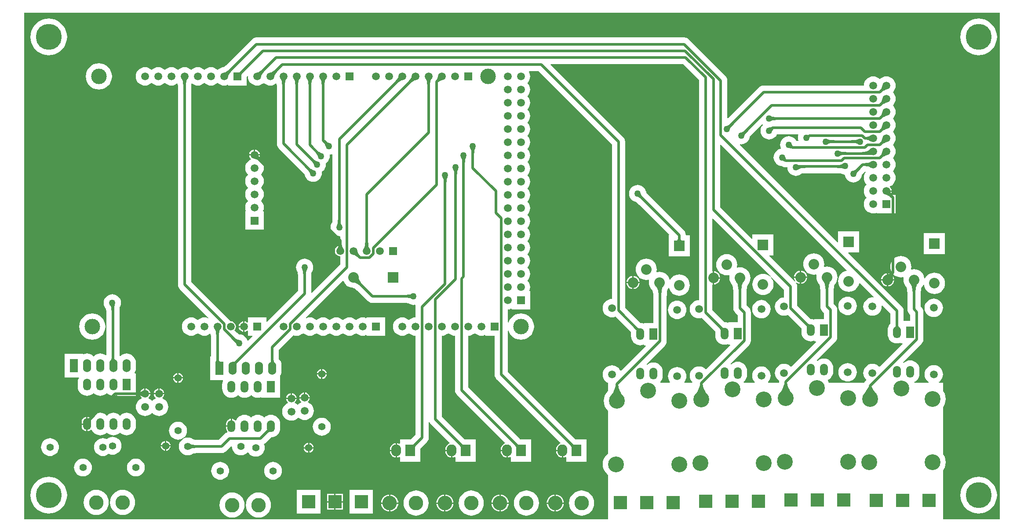
<source format=gtl>
G04*
G04 #@! TF.GenerationSoftware,Altium Limited,Altium Designer,20.2.5 (213)*
G04*
G04 Layer_Physical_Order=1*
G04 Layer_Color=255*
%FSTAX24Y24*%
%MOIN*%
G70*
G04*
G04 #@! TF.SameCoordinates,673CB199-A7F1-4250-81FB-05A331180C63*
G04*
G04*
G04 #@! TF.FilePolarity,Positive*
G04*
G01*
G75*
%ADD39C,0.0200*%
%ADD40R,0.0984X0.0984*%
%ADD41C,0.0591*%
%ADD42C,0.1100*%
%ADD43C,0.0551*%
%ADD44O,0.0600X0.1000*%
%ADD45R,0.0600X0.1000*%
%ADD46O,0.0600X0.0900*%
%ADD47R,0.0600X0.0900*%
%ADD48R,0.0800X0.0800*%
%ADD49C,0.0800*%
%ADD50R,0.0591X0.0591*%
%ADD51R,0.0591X0.0591*%
%ADD52R,0.0598X0.0598*%
%ADD53C,0.0598*%
%ADD54C,0.1200*%
%ADD55O,0.0750X0.0900*%
%ADD56R,0.0750X0.0900*%
%ADD57R,0.0598X0.0598*%
%ADD58C,0.1969*%
%ADD59R,0.0800X0.0800*%
%ADD60C,0.0500*%
%ADD61C,0.1181*%
G36*
X017035Y039644D02*
X016996Y039603D01*
X016933Y039529D01*
X016911Y039497D01*
X016893Y039467D01*
X016882Y03944D01*
X016876Y039416D01*
X016876Y039395D01*
X016882Y039377D01*
X016893Y039361D01*
X016611Y039643D01*
X016627Y039632D01*
X016645Y039626D01*
X016666Y039626D01*
X01669Y039632D01*
X016717Y039643D01*
X016747Y039661D01*
X016779Y039683D01*
X016815Y039712D01*
X016894Y039785D01*
X017035Y039644D01*
D02*
G37*
G36*
X019785Y039893D02*
X019711Y039818D01*
X019493Y039563D01*
X019458Y039511D01*
X01943Y039463D01*
X019411Y039421D01*
X019399Y039383D01*
X019395Y03935D01*
X0191Y039645D01*
X019133Y039649D01*
X019171Y039661D01*
X019213Y03968D01*
X019261Y039708D01*
X019313Y039743D01*
X019369Y039786D01*
X019497Y039895D01*
X019643Y040035D01*
X019785Y039893D01*
D02*
G37*
G36*
X018785D02*
X018711Y039818D01*
X018493Y039563D01*
X018458Y039511D01*
X01843Y039463D01*
X018411Y039421D01*
X018399Y039383D01*
X018395Y03935D01*
X0181Y039645D01*
X018133Y039649D01*
X018171Y039661D01*
X018213Y03968D01*
X018261Y039708D01*
X018313Y039743D01*
X018369Y039786D01*
X018497Y039895D01*
X018643Y040035D01*
X018785Y039893D01*
D02*
G37*
G36*
X016285D02*
X016211Y039818D01*
X015993Y039563D01*
X015958Y039511D01*
X01593Y039463D01*
X015911Y039421D01*
X015899Y039383D01*
X015895Y03935D01*
X0156Y039645D01*
X015633Y039649D01*
X015671Y039661D01*
X015713Y03968D01*
X015761Y039708D01*
X015813Y039743D01*
X015869Y039786D01*
X015997Y039895D01*
X016143Y040035D01*
X016285Y039893D01*
D02*
G37*
G36*
X03214Y039057D02*
X032096Y03905D01*
X032054Y039041D01*
X032014Y039029D01*
X031975Y039015D01*
X031937Y038998D01*
X031901Y038979D01*
X031866Y038958D01*
X031833Y038934D01*
X031801Y038908D01*
X031771Y038879D01*
X031629Y039021D01*
X031658Y039051D01*
X031684Y039083D01*
X031708Y039116D01*
X031729Y039151D01*
X031748Y039187D01*
X031765Y039225D01*
X031779Y039264D01*
X031791Y039304D01*
X0318Y039346D01*
X031807Y03939D01*
X03214Y039057D01*
D02*
G37*
G36*
X0301Y039055D02*
X030067Y039051D01*
X030029Y039039D01*
X029987Y03902D01*
X029939Y038992D01*
X029887Y038957D01*
X029831Y038914D01*
X029703Y038805D01*
X029557Y038665D01*
X029415Y038807D01*
X029489Y038882D01*
X029707Y039137D01*
X029742Y039189D01*
X02977Y039237D01*
X029789Y039279D01*
X029801Y039317D01*
X029805Y03935D01*
X0301Y039055D01*
D02*
G37*
G36*
X0291D02*
X029067Y039051D01*
X029029Y039039D01*
X028987Y03902D01*
X028939Y038992D01*
X028887Y038957D01*
X028831Y038914D01*
X028703Y038805D01*
X028557Y038665D01*
X028415Y038807D01*
X028489Y038882D01*
X028707Y039137D01*
X028742Y039189D01*
X02877Y039237D01*
X028789Y039279D01*
X028801Y039317D01*
X028805Y03935D01*
X0291Y039055D01*
D02*
G37*
G36*
X017404Y039374D02*
X017401Y03935D01*
X017415Y039214D01*
X017455Y039083D01*
X017519Y038962D01*
X017606Y038856D01*
X017712Y038769D01*
X017833Y038705D01*
X017964Y038665D01*
X0181Y038651D01*
X018236Y038665D01*
X018367Y038705D01*
X018488Y038769D01*
X018563Y03883D01*
X0186Y038852D01*
X018637Y03883D01*
X018712Y038769D01*
X018833Y038705D01*
X018964Y038665D01*
X0191Y038651D01*
X019236Y038665D01*
X019367Y038705D01*
X019488Y038769D01*
X019533Y038806D01*
X019579Y038786D01*
X019596Y03857D01*
X019596Y038563D01*
Y03425D01*
X019613Y034119D01*
X019663Y033998D01*
X019743Y033893D01*
X021538Y032098D01*
X021631Y031998D01*
X021696Y03192D01*
X021706Y031905D01*
X021709Y031873D01*
X021747Y03175D01*
X021807Y031637D01*
X021888Y031538D01*
X021987Y031457D01*
X0221Y031397D01*
X022223Y031359D01*
X02235Y031347D01*
X022477Y031359D01*
X0226Y031397D01*
X022713Y031457D01*
X022812Y031538D01*
X022893Y031637D01*
X022953Y03175D01*
X022991Y031873D01*
X023003Y032D01*
X022994Y032097D01*
X023013Y032107D01*
X023112Y032188D01*
X023193Y032287D01*
X023253Y0324D01*
X023291Y032523D01*
X023303Y03265D01*
X023294Y032747D01*
X023313Y032757D01*
X023412Y032838D01*
X023493Y032937D01*
X023553Y03305D01*
X023591Y033173D01*
X023603Y0333D01*
X023593Y033401D01*
X023677Y033409D01*
X02377Y033437D01*
X02382Y033403D01*
Y028521D01*
X023814Y028384D01*
X023804Y028283D01*
X023802Y028265D01*
X023781Y02824D01*
X023721Y028127D01*
X023683Y028005D01*
X023671Y027877D01*
X023683Y02775D01*
X023721Y027627D01*
X023781Y027514D01*
X023862Y027415D01*
X023961Y027334D01*
X024074Y027274D01*
X024197Y027237D01*
X024324Y027224D01*
X024358Y027227D01*
X024395Y027194D01*
Y0269D01*
X0245D01*
X024501Y026811D01*
X02452Y026581D01*
X024531Y026518D01*
X024544Y026461D01*
X02456Y026411D01*
X024578Y026368D01*
X024599Y026331D01*
X024623Y0263D01*
X024177D01*
X024201Y026331D01*
X024222Y026368D01*
X02424Y026411D01*
X024256Y026461D01*
X024259Y026474D01*
X024199Y026449D01*
X024115Y026385D01*
X024051Y026301D01*
X024011Y026204D01*
X023997Y0261D01*
X024011Y025996D01*
X024051Y025899D01*
X024115Y025815D01*
X024199Y025751D01*
X024296Y025711D01*
X024395Y025698D01*
Y025059D01*
X022251Y022914D01*
X022204Y022933D01*
Y024207D01*
X02221Y024343D01*
X022219Y024444D01*
X022222Y024462D01*
X022243Y024487D01*
X022303Y0246D01*
X022341Y024723D01*
X022353Y02485D01*
X022341Y024977D01*
X022303Y0251D01*
X022243Y025213D01*
X022162Y025312D01*
X022063Y025393D01*
X02195Y025453D01*
X021827Y025491D01*
X0217Y025503D01*
X021573Y025491D01*
X02145Y025453D01*
X021337Y025393D01*
X021238Y025312D01*
X021157Y025213D01*
X021097Y0251D01*
X021059Y024977D01*
X021047Y02485D01*
X021059Y024723D01*
X021097Y0246D01*
X021157Y024487D01*
X021178Y024462D01*
X021179Y024451D01*
X021196Y0242D01*
Y023059D01*
X018841Y020705D01*
X018795Y020724D01*
Y021045D01*
X017405D01*
Y020677D01*
X017355Y020653D01*
X017299Y020695D01*
X017203Y020735D01*
X01715Y020742D01*
Y02035D01*
Y019958D01*
X017203Y019965D01*
X017299Y020005D01*
X017355Y020047D01*
X017405Y020023D01*
Y019655D01*
X017726D01*
X017745Y019609D01*
X017419Y019282D01*
X01737Y019294D01*
X017353Y01935D01*
X017293Y019463D01*
X017212Y019562D01*
X017113Y019643D01*
X017Y019703D01*
X016877Y019741D01*
X01675Y019753D01*
X016746Y019753D01*
X016733Y01976D01*
X016704Y019779D01*
X016672Y019803D01*
X016576Y019887D01*
X016565Y019898D01*
X016387Y020075D01*
X016445Y020151D01*
X016485Y020247D01*
X016499Y02035D01*
X016485Y020453D01*
X016445Y020549D01*
X016382Y020632D01*
X016299Y020695D01*
X016203Y020735D01*
X0161Y020749D01*
X016059Y020743D01*
X016032Y020807D01*
X015952Y020912D01*
X013104Y023759D01*
Y038517D01*
X013107Y038664D01*
X013117Y038782D01*
X013168Y038805D01*
X013212Y038769D01*
X013333Y038705D01*
X013464Y038665D01*
X0136Y038651D01*
X013736Y038665D01*
X013867Y038705D01*
X013988Y038769D01*
X014094Y038856D01*
X014106D01*
X014212Y038769D01*
X014333Y038705D01*
X014464Y038665D01*
X0146Y038651D01*
X014736Y038665D01*
X014867Y038705D01*
X014988Y038769D01*
X015094Y038856D01*
X015106D01*
X015212Y038769D01*
X015333Y038705D01*
X015464Y038665D01*
X0156Y038651D01*
X015736Y038665D01*
X015855Y038701D01*
X015905Y038675D01*
Y038655D01*
X017295D01*
Y039332D01*
X017359Y039395D01*
X017404Y039374D01*
D02*
G37*
G36*
X031288Y039115D02*
X03127Y03908D01*
X031253Y039036D01*
X031239Y038983D01*
X031227Y038922D01*
X031217Y038851D01*
X031204Y038684D01*
X0312Y038482D01*
X031D01*
X030999Y038587D01*
X030973Y038922D01*
X030961Y038983D01*
X030947Y039036D01*
X03093Y03908D01*
X030912Y039115D01*
X030891Y039141D01*
X031309D01*
X031288Y039115D01*
D02*
G37*
G36*
X023288D02*
X02327Y03908D01*
X023253Y039036D01*
X023239Y038983D01*
X023227Y038922D01*
X023217Y038851D01*
X023204Y038684D01*
X0232Y038482D01*
X023D01*
X022999Y038587D01*
X022973Y038922D01*
X022961Y038983D01*
X022947Y039036D01*
X02293Y03908D01*
X022912Y039115D01*
X022891Y039141D01*
X023309D01*
X023288Y039115D01*
D02*
G37*
G36*
X022288D02*
X02227Y03908D01*
X022253Y039036D01*
X022239Y038983D01*
X022227Y038922D01*
X022217Y038851D01*
X022204Y038684D01*
X0222Y038482D01*
X022D01*
X021999Y038587D01*
X021973Y038922D01*
X021961Y038983D01*
X021947Y039036D01*
X02193Y03908D01*
X021912Y039115D01*
X021891Y039141D01*
X022309D01*
X022288Y039115D01*
D02*
G37*
G36*
X021288D02*
X02127Y03908D01*
X021253Y039036D01*
X021239Y038983D01*
X021227Y038922D01*
X021217Y038851D01*
X021204Y038684D01*
X0212Y038482D01*
X021D01*
X020999Y038587D01*
X020973Y038922D01*
X020961Y038983D01*
X020947Y039036D01*
X02093Y03908D01*
X020912Y039115D01*
X020891Y039141D01*
X021309D01*
X021288Y039115D01*
D02*
G37*
G36*
X020288D02*
X02027Y03908D01*
X020253Y039036D01*
X020239Y038983D01*
X020227Y038922D01*
X020217Y038851D01*
X020204Y038684D01*
X0202Y038482D01*
X02D01*
X019999Y038587D01*
X019973Y038922D01*
X019961Y038983D01*
X019947Y039036D01*
X01993Y03908D01*
X019912Y039115D01*
X019891Y039141D01*
X020309D01*
X020288Y039115D01*
D02*
G37*
G36*
X012788D02*
X01277Y03908D01*
X012753Y039036D01*
X012739Y038983D01*
X012727Y038922D01*
X012717Y038851D01*
X012704Y038684D01*
X0127Y038482D01*
X0125D01*
X012499Y038587D01*
X012473Y038922D01*
X012461Y038983D01*
X012447Y039036D01*
X01243Y03908D01*
X012412Y039115D01*
X012391Y039141D01*
X012809D01*
X012788Y039115D01*
D02*
G37*
G36*
X065828Y038352D02*
X065787Y038346D01*
X065745Y038335D01*
X065701Y038319D01*
X065657Y038299D01*
X065612Y038274D01*
X065565Y038244D01*
X065518Y03821D01*
X06542Y038127D01*
X06537Y038078D01*
X065229Y03822D01*
X065277Y03827D01*
X06536Y038368D01*
X065394Y038415D01*
X065424Y038462D01*
X065449Y038507D01*
X065469Y038551D01*
X065485Y038595D01*
X065496Y038637D01*
X065502Y038678D01*
X065828Y038352D01*
D02*
G37*
G36*
Y037352D02*
X065787Y037346D01*
X065745Y037335D01*
X065701Y037319D01*
X065657Y037299D01*
X065612Y037274D01*
X065565Y037244D01*
X065518Y03721D01*
X06542Y037127D01*
X06537Y037078D01*
X065229Y03722D01*
X065277Y03727D01*
X06536Y037368D01*
X065394Y037415D01*
X065424Y037462D01*
X065449Y037507D01*
X065469Y037551D01*
X065485Y037595D01*
X065496Y037637D01*
X065502Y037678D01*
X065828Y037352D01*
D02*
G37*
G36*
X065828Y036352D02*
X065787Y036346D01*
X065745Y036335D01*
X065701Y036319D01*
X065657Y036299D01*
X065612Y036274D01*
X065566Y036245D01*
X065518Y03621D01*
X065421Y036128D01*
X065371Y036079D01*
X065229Y036221D01*
X065278Y036271D01*
X06536Y036368D01*
X065395Y036416D01*
X065424Y036462D01*
X065449Y036507D01*
X065469Y036551D01*
X065485Y036595D01*
X065496Y036637D01*
X065502Y036678D01*
X065828Y036352D01*
D02*
G37*
G36*
X057096Y036312D02*
X057123Y036299D01*
X057159Y036288D01*
X057202Y036278D01*
X057253Y036269D01*
X05738Y036257D01*
X057538Y036251D01*
X057629Y03625D01*
Y03605D01*
X057538Y036049D01*
X057253Y036031D01*
X057202Y036022D01*
X057159Y036012D01*
X057123Y036001D01*
X057096Y035988D01*
X057077Y035973D01*
Y036327D01*
X057096Y036312D01*
D02*
G37*
G36*
X054286Y035795D02*
X054222Y03573D01*
X054034Y035515D01*
X054004Y035473D01*
X05398Y035436D01*
X053963Y035402D01*
X053953Y035374D01*
X05395Y03535D01*
X0537Y0356D01*
X053724Y035603D01*
X053752Y035613D01*
X053786Y03563D01*
X053823Y035654D01*
X053865Y035684D01*
X053964Y035765D01*
X05408Y035872D01*
X054145Y035936D01*
X054286Y035795D01*
D02*
G37*
G36*
X057256Y035379D02*
X057244Y035366D01*
X057232Y035351D01*
X057221Y035334D01*
X057211Y035316D01*
X057202Y035295D01*
X057193Y035273D01*
X057177Y035224D01*
X05717Y035197D01*
X057163Y035168D01*
X056903Y035468D01*
X056936Y03547D01*
X057018Y035481D01*
X05704Y035486D01*
X05706Y035492D01*
X057078Y035498D01*
X057093Y035505D01*
X057105Y035512D01*
X057115Y035521D01*
X057256Y035379D01*
D02*
G37*
G36*
X065828Y035352D02*
X065787Y035346D01*
X065745Y035335D01*
X065701Y035319D01*
X065657Y035299D01*
X065612Y035274D01*
X065566Y035245D01*
X065519Y035211D01*
X065422Y035128D01*
X065371Y03508D01*
X06523Y035222D01*
X065278Y035272D01*
X065361Y035369D01*
X065395Y035416D01*
X065424Y035462D01*
X065449Y035507D01*
X065469Y035551D01*
X065485Y035595D01*
X065496Y035637D01*
X065502Y035678D01*
X065828Y035352D01*
D02*
G37*
G36*
X055386Y035295D02*
X055322Y03523D01*
X055134Y035015D01*
X055104Y034973D01*
X05508Y034936D01*
X055063Y034902D01*
X055053Y034874D01*
X05505Y03485D01*
X0548Y0351D01*
X054824Y035103D01*
X054852Y035113D01*
X054886Y03513D01*
X054923Y035154D01*
X054966Y035184D01*
X055064Y035265D01*
X05518Y035372D01*
X055245Y035436D01*
X055386Y035295D01*
D02*
G37*
G36*
X074396Y005713D02*
X0701D01*
Y009448D01*
X070135Y009492D01*
X070228Y009665D01*
X070286Y009854D01*
X070305Y01005D01*
X070286Y010246D01*
X070228Y010435D01*
X070135Y010608D01*
X0701Y010652D01*
Y014252D01*
X070135Y014295D01*
X070228Y014469D01*
X070286Y014657D01*
X070305Y014853D01*
X070286Y015049D01*
X070228Y015238D01*
X070135Y015411D01*
X0701Y015455D01*
Y0161D01*
X069809D01*
X069788Y016146D01*
X069789Y01615D01*
X069894Y016236D01*
X069981Y016342D01*
X070045Y016463D01*
X070085Y016594D01*
X070099Y01673D01*
X070085Y016867D01*
X070045Y016998D01*
X069981Y017118D01*
X069894Y017224D01*
X069788Y017311D01*
X069667Y017376D01*
X069536Y017416D01*
X0694Y017429D01*
X069264Y017416D01*
X069133Y017376D01*
X069012Y017311D01*
X068906Y017224D01*
X068819Y017118D01*
X068755Y016998D01*
X068715Y016867D01*
X068701Y01673D01*
X068715Y016594D01*
X068755Y016463D01*
X068819Y016342D01*
X068906Y016236D01*
X069011Y01615D01*
X069012Y016146D01*
X068991Y0161D01*
X067925D01*
X067912Y01615D01*
X067997Y016195D01*
X068103Y016283D01*
X068191Y016389D01*
X068256Y016511D01*
X068296Y016643D01*
X068309Y01678D01*
Y01708D01*
X068296Y017217D01*
X068256Y017349D01*
X068191Y017471D01*
X068103Y017577D01*
X067997Y017665D01*
X067875Y01773D01*
X067743Y01777D01*
X067606Y017783D01*
X067469Y01777D01*
X067337Y01773D01*
X067215Y017665D01*
X067144Y017607D01*
X06712Y017589D01*
X067089Y017607D01*
X067083Y017661D01*
X068463Y019041D01*
X068543Y019145D01*
X068593Y019267D01*
X06861Y019397D01*
Y021464D01*
X068593Y021595D01*
X068543Y021717D01*
X068463Y021821D01*
X068404Y021879D01*
Y022775D01*
X068405Y02284D01*
X06841Y022951D01*
X068429Y02315D01*
X068441Y023219D01*
X068455Y023277D01*
X068468Y023317D01*
X068478Y023339D01*
X06848Y023343D01*
X068494Y02336D01*
X0685Y02337D01*
X068568Y023453D01*
X068607Y023525D01*
X068658Y023515D01*
X068662Y023478D01*
X068707Y023328D01*
X068782Y023189D01*
X068882Y023067D01*
X069003Y022967D01*
X069142Y022893D01*
X069293Y022847D01*
X06945Y022831D01*
X069607Y022847D01*
X069758Y022893D01*
X069897Y022967D01*
X070018Y023067D01*
X070118Y023189D01*
X070193Y023328D01*
X070238Y023478D01*
X070254Y023635D01*
X070238Y023792D01*
X070193Y023943D01*
X070118Y024082D01*
X070018Y024204D01*
X069897Y024304D01*
X069758Y024378D01*
X069607Y024424D01*
X06945Y024439D01*
X069293Y024424D01*
X069142Y024378D01*
X069003Y024304D01*
X068882Y024204D01*
X068782Y024082D01*
X068743Y02401D01*
X068692Y02402D01*
X068688Y024057D01*
X068643Y024208D01*
X068568Y024347D01*
X068468Y024468D01*
X068347Y024568D01*
X068208Y024643D01*
X068057Y024688D01*
X0679Y024704D01*
X067743Y024688D01*
X067715Y02468D01*
X06768Y024715D01*
X067688Y024743D01*
X067704Y0249D01*
X067688Y025057D01*
X067643Y025208D01*
X067568Y025347D01*
X067468Y025468D01*
X067347Y025568D01*
X067208Y025643D01*
X067057Y025688D01*
X0669Y025704D01*
X066743Y025688D01*
X066592Y025643D01*
X066453Y025568D01*
X066332Y025468D01*
X066232Y025347D01*
X066157Y025208D01*
X066112Y025057D01*
X066096Y0249D01*
X066112Y024743D01*
X066157Y024592D01*
X066203Y024508D01*
X066228Y024532D01*
X06637Y024391D01*
X066355Y024372D01*
X066341Y024346D01*
X066335Y024329D01*
X066453Y024232D01*
X066592Y024157D01*
X066743Y024112D01*
X0669Y024096D01*
X067057Y024112D01*
X067085Y02412D01*
X06712Y024085D01*
X067112Y024057D01*
X067096Y0239D01*
X067112Y023743D01*
X067157Y023592D01*
X067232Y023453D01*
X0673Y02337D01*
X067306Y02336D01*
X06732Y023343D01*
X067322Y023339D01*
X067332Y023317D01*
X067345Y023277D01*
X067359Y023219D01*
X06737Y023154D01*
X067395Y022833D01*
X067396Y022775D01*
Y02167D01*
X067413Y02154D01*
X067463Y021418D01*
X067543Y021314D01*
X067602Y021255D01*
Y02078D01*
X06711D01*
Y021544D01*
X067093Y021674D01*
X067043Y021796D01*
X066963Y0219D01*
X062909Y025954D01*
X062929Y026D01*
X06375D01*
Y0276D01*
X06215D01*
Y026779D01*
X062104Y026759D01*
X054707Y034156D01*
X05473Y034204D01*
X0548Y034197D01*
X054927Y034209D01*
X05505Y034247D01*
X055163Y034307D01*
X055262Y034388D01*
X055343Y034487D01*
X055403Y0346D01*
X055441Y034723D01*
X055444Y034755D01*
X05545Y034764D01*
X055616Y034953D01*
X056367Y035704D01*
X056419Y035701D01*
X056445Y035666D01*
X056375Y035581D01*
X056315Y035468D01*
X056278Y035346D01*
X056265Y035218D01*
X056278Y035091D01*
X056315Y034968D01*
X056375Y034855D01*
X056456Y034756D01*
X056555Y034675D01*
X056668Y034615D01*
X056791Y034578D01*
X056918Y034565D01*
X057046Y034578D01*
X057168Y034615D01*
X057281Y034675D01*
X05738Y034756D01*
X057461Y034855D01*
X05751Y034946D01*
X059103D01*
X059133Y034906D01*
X059109Y034827D01*
X059097Y0347D01*
X059109Y034573D01*
X059133Y034494D01*
X059103Y034454D01*
X058974D01*
X058942Y034514D01*
X058861Y034613D01*
X058762Y034694D01*
X058649Y034754D01*
X058527Y034791D01*
X058399Y034804D01*
X058272Y034791D01*
X058149Y034754D01*
X058036Y034694D01*
X057937Y034613D01*
X057856Y034514D01*
X057796Y034401D01*
X057759Y034278D01*
X057746Y034151D01*
X057759Y034023D01*
X057796Y033901D01*
X057804Y033885D01*
X057782Y033844D01*
X057771Y03384D01*
X05765Y033803D01*
X057537Y033743D01*
X057438Y033662D01*
X057357Y033563D01*
X057297Y03345D01*
X057259Y033327D01*
X057247Y0332D01*
X057259Y033073D01*
X057297Y03295D01*
X057357Y032837D01*
X057438Y032738D01*
X057537Y032657D01*
X05765Y032597D01*
X057773Y032559D01*
X057783Y032558D01*
X057783Y032558D01*
X057805Y032556D01*
X057827Y032551D01*
X057853Y032548D01*
X057864Y032546D01*
X057876Y032543D01*
X057915Y032513D01*
X058037Y032463D01*
X058167Y032446D01*
X058297D01*
X058309Y032323D01*
X058347Y0322D01*
X058407Y032087D01*
X058488Y031988D01*
X058587Y031907D01*
X0587Y031847D01*
X058823Y031809D01*
X05895Y031797D01*
X059077Y031809D01*
X0592Y031847D01*
X059313Y031907D01*
X059393Y031973D01*
X059411Y031977D01*
X059438Y031982D01*
X059626Y031997D01*
X059633Y031997D01*
X062019D01*
X062197Y031995D01*
X062336Y031986D01*
X062406Y031949D01*
X062529Y031912D01*
X062652Y0319D01*
X062659Y031823D01*
X062697Y0317D01*
X062757Y031587D01*
X062838Y031488D01*
X062937Y031407D01*
X06305Y031347D01*
X063173Y031309D01*
X0633Y031297D01*
X063427Y031309D01*
X06355Y031347D01*
X063663Y031407D01*
X063762Y031488D01*
X063843Y031587D01*
X063903Y0317D01*
X063941Y031823D01*
X063944Y031855D01*
X06395Y031864D01*
X064116Y032053D01*
X064182Y032119D01*
X064211Y032113D01*
X064232Y03206D01*
X064216Y03204D01*
X064151Y031919D01*
X064111Y031787D01*
X064097Y03165D01*
X064111Y031513D01*
X064151Y031381D01*
X064216Y03126D01*
X064275Y031188D01*
X064301Y03115D01*
X064275Y031112D01*
X064216Y03104D01*
X064151Y030919D01*
X064111Y030787D01*
X064097Y03065D01*
X064111Y030513D01*
X064151Y030381D01*
X064216Y03026D01*
X064275Y030188D01*
X064301Y03015D01*
X064275Y030112D01*
X064216Y03004D01*
X064151Y029919D01*
X064111Y029787D01*
X064097Y02965D01*
X064111Y029513D01*
X064151Y029381D01*
X064216Y02926D01*
X064303Y029153D01*
X06441Y029066D01*
X064531Y029001D01*
X064663Y028961D01*
X0648Y028947D01*
X064937Y028961D01*
X065051Y028995D01*
X065101Y028967D01*
Y028951D01*
X066499D01*
Y030349D01*
X066256D01*
X066322Y030272D01*
X06637Y030222D01*
X066228Y03008D01*
X066178Y030128D01*
X066081Y030211D01*
X066034Y030245D01*
X065988Y030274D01*
X065943Y030299D01*
X065899Y030319D01*
X065855Y030335D01*
X065813Y030346D01*
X065772Y030352D01*
X066019Y0306D01*
X0658D01*
Y0307D01*
X066196D01*
X066189Y030754D01*
X066149Y030851D01*
X066085Y030935D01*
X06606Y030954D01*
X066061Y030955D01*
X066076Y031005D01*
X06619Y031066D01*
X066297Y031153D01*
X066384Y03126D01*
X066449Y031381D01*
X066489Y031513D01*
X066503Y03165D01*
X066489Y031787D01*
X066449Y031919D01*
X066384Y03204D01*
X066325Y032112D01*
X066299Y03215D01*
X066325Y032188D01*
X066384Y03226D01*
X066449Y032381D01*
X066489Y032513D01*
X066503Y03265D01*
X066489Y032787D01*
X066449Y032919D01*
X066384Y03304D01*
X066325Y033112D01*
X066299Y03315D01*
X066325Y033188D01*
X066384Y03326D01*
X066449Y033381D01*
X066489Y033513D01*
X066503Y03365D01*
X066489Y033787D01*
X066449Y033919D01*
X066384Y03404D01*
X066325Y034112D01*
X066299Y03415D01*
X066325Y034188D01*
X066384Y03426D01*
X066449Y034381D01*
X066489Y034513D01*
X066503Y03465D01*
X066489Y034787D01*
X066449Y034919D01*
X066384Y03504D01*
X066325Y035112D01*
X066299Y03515D01*
X066325Y035188D01*
X066384Y03526D01*
X066449Y035381D01*
X066489Y035513D01*
X066503Y03565D01*
X066489Y035787D01*
X066449Y035919D01*
X066384Y03604D01*
X066325Y036112D01*
X066299Y03615D01*
X066325Y036188D01*
X066384Y03626D01*
X066449Y036381D01*
X066489Y036513D01*
X066503Y03665D01*
X066489Y036787D01*
X066449Y036919D01*
X066384Y03704D01*
X066325Y037112D01*
X066299Y03715D01*
X066325Y037188D01*
X066384Y03726D01*
X066449Y037381D01*
X066489Y037513D01*
X066503Y03765D01*
X066489Y037787D01*
X066449Y037919D01*
X066384Y03804D01*
X066325Y038112D01*
X066299Y03815D01*
X066325Y038188D01*
X066384Y03826D01*
X066449Y038381D01*
X066489Y038513D01*
X066503Y03865D01*
X066489Y038787D01*
X066449Y038919D01*
X066384Y03904D01*
X066297Y039147D01*
X06619Y039234D01*
X066069Y039299D01*
X065937Y039339D01*
X0658Y039353D01*
X065663Y039339D01*
X065531Y039299D01*
X06541Y039234D01*
X065338Y039175D01*
X0653Y039149D01*
X065262Y039175D01*
X06519Y039234D01*
X065069Y039299D01*
X064937Y039339D01*
X0648Y039353D01*
X064663Y039339D01*
X064531Y039299D01*
X06441Y039234D01*
X064303Y039147D01*
X064216Y03904D01*
X064151Y038919D01*
X064111Y038787D01*
X064098Y038654D01*
X056499D01*
X056369Y038636D01*
X056247Y038586D01*
X056143Y038506D01*
X053804Y036168D01*
X053773Y036173D01*
X053754Y036181D01*
Y039024D01*
X053737Y039155D01*
X053687Y039276D01*
X053607Y039381D01*
X053607Y039381D01*
X050831Y042157D01*
X050726Y042237D01*
X050605Y042287D01*
X050474Y042304D01*
X01805D01*
X017919Y042287D01*
X017798Y042237D01*
X017693Y042157D01*
X015832Y040295D01*
X015726Y040194D01*
X015617Y0401D01*
X015578Y040071D01*
X015547Y04005D01*
X015533Y040042D01*
X015464Y040035D01*
X015333Y039995D01*
X015212Y039931D01*
X015106Y039844D01*
X015094D01*
X014988Y039931D01*
X014867Y039995D01*
X014736Y040035D01*
X0146Y040049D01*
X014464Y040035D01*
X014333Y039995D01*
X014212Y039931D01*
X014106Y039844D01*
X014094D01*
X013988Y039931D01*
X013867Y039995D01*
X013736Y040035D01*
X0136Y040049D01*
X013464Y040035D01*
X013333Y039995D01*
X013212Y039931D01*
X013106Y039844D01*
X013094D01*
X012988Y039931D01*
X012867Y039995D01*
X012736Y040035D01*
X0126Y040049D01*
X012464Y040035D01*
X012333Y039995D01*
X012212Y039931D01*
X012106Y039844D01*
X012094D01*
X011988Y039931D01*
X011867Y039995D01*
X011736Y040035D01*
X0116Y040049D01*
X011464Y040035D01*
X011333Y039995D01*
X011212Y039931D01*
X011106Y039844D01*
X011094D01*
X010988Y039931D01*
X010867Y039995D01*
X010736Y040035D01*
X0106Y040049D01*
X010464Y040035D01*
X010333Y039995D01*
X010212Y039931D01*
X010106Y039844D01*
X010094D01*
X009988Y039931D01*
X009867Y039995D01*
X009736Y040035D01*
X0096Y040049D01*
X009464Y040035D01*
X009333Y039995D01*
X009212Y039931D01*
X009106Y039844D01*
X009019Y039738D01*
X008955Y039617D01*
X008915Y039486D01*
X008901Y03935D01*
X008915Y039214D01*
X008955Y039083D01*
X009019Y038962D01*
X009106Y038856D01*
X009212Y038769D01*
X009333Y038705D01*
X009464Y038665D01*
X0096Y038651D01*
X009736Y038665D01*
X009867Y038705D01*
X009988Y038769D01*
X010094Y038856D01*
X010106D01*
X010212Y038769D01*
X010333Y038705D01*
X010464Y038665D01*
X0106Y038651D01*
X010736Y038665D01*
X010867Y038705D01*
X010988Y038769D01*
X011094Y038856D01*
X011106D01*
X011212Y038769D01*
X011333Y038705D01*
X011464Y038665D01*
X0116Y038651D01*
X011736Y038665D01*
X011867Y038705D01*
X011988Y038769D01*
X012033Y038806D01*
X012079Y038786D01*
X012096Y03857D01*
X012096Y038563D01*
Y02355D01*
X012113Y02342D01*
X012163Y023298D01*
X012243Y023194D01*
X014405Y021032D01*
X014375Y020991D01*
X014367Y020995D01*
X014236Y021035D01*
X0141Y021049D01*
X013964Y021035D01*
X013833Y020995D01*
X013712Y020931D01*
X013637Y02087D01*
X0136Y020848D01*
X013563Y02087D01*
X013488Y020931D01*
X013367Y020995D01*
X013236Y021035D01*
X0131Y021049D01*
X012964Y021035D01*
X012833Y020995D01*
X012712Y020931D01*
X012606Y020844D01*
X012519Y020738D01*
X012455Y020617D01*
X012415Y020486D01*
X012401Y02035D01*
X012415Y020214D01*
X012455Y020083D01*
X012519Y019962D01*
X012606Y019856D01*
X012712Y019769D01*
X012833Y019705D01*
X012964Y019665D01*
X0131Y019651D01*
X013236Y019665D01*
X013367Y019705D01*
X013488Y019769D01*
X013563Y01983D01*
X0136Y019852D01*
X013637Y01983D01*
X013712Y019769D01*
X013833Y019705D01*
X013964Y019665D01*
X0141Y019651D01*
X014236Y019665D01*
X014367Y019705D01*
X014488Y019769D01*
X014533Y019806D01*
X014579Y019786D01*
X014596Y01957D01*
X014596Y019563D01*
Y0181D01*
X01455D01*
Y017728D01*
X014548Y017719D01*
X014549Y017709D01*
X014548Y0177D01*
X01455Y017683D01*
Y0163D01*
X015495D01*
X01552Y016257D01*
X0155Y016219D01*
X01546Y016087D01*
X015447Y01595D01*
Y01565D01*
X01546Y015513D01*
X0155Y015381D01*
X015565Y015259D01*
X015653Y015153D01*
X015759Y015065D01*
X015881Y015D01*
X016013Y01496D01*
X01615Y014947D01*
X016287Y01496D01*
X016419Y015D01*
X016541Y015065D01*
X016647Y015153D01*
X016653D01*
X016759Y015065D01*
X016881Y015D01*
X017013Y01496D01*
X01715Y014947D01*
X017287Y01496D01*
X017419Y015D01*
X017541Y015065D01*
X017647Y015153D01*
X017653D01*
X017759Y015065D01*
X017881Y015D01*
X018013Y01496D01*
X01815Y014947D01*
X018287Y01496D01*
X0184Y014994D01*
X01845Y014966D01*
Y01495D01*
X01985D01*
Y016638D01*
X0199Y016731D01*
X01994Y016863D01*
X019953Y017D01*
Y0174D01*
X01994Y017537D01*
X0199Y017669D01*
X019835Y017791D01*
X019754Y017889D01*
Y018591D01*
X02086Y019696D01*
X020964Y019665D01*
X0211Y019651D01*
X021236Y019665D01*
X021367Y019705D01*
X021488Y019769D01*
X021563Y01983D01*
X0216Y019852D01*
X021637Y01983D01*
X021712Y019769D01*
X021833Y019705D01*
X021964Y019665D01*
X0221Y019651D01*
X022236Y019665D01*
X022367Y019705D01*
X022488Y019769D01*
X022563Y01983D01*
X0226Y019852D01*
X022637Y01983D01*
X022712Y019769D01*
X022833Y019705D01*
X022964Y019665D01*
X0231Y019651D01*
X023236Y019665D01*
X023367Y019705D01*
X023488Y019769D01*
X023563Y01983D01*
X0236Y019852D01*
X023637Y01983D01*
X023712Y019769D01*
X023833Y019705D01*
X023964Y019665D01*
X0241Y019651D01*
X024236Y019665D01*
X024367Y019705D01*
X024488Y019769D01*
X024563Y01983D01*
X0246Y019852D01*
X024637Y01983D01*
X024712Y019769D01*
X024833Y019705D01*
X024964Y019665D01*
X0251Y019651D01*
X025236Y019665D01*
X025367Y019705D01*
X025488Y019769D01*
X025563Y01983D01*
X0256Y019852D01*
X025637Y01983D01*
X025712Y019769D01*
X025833Y019705D01*
X025964Y019665D01*
X0261Y019651D01*
X026236Y019665D01*
X026355Y019701D01*
X026405Y019675D01*
Y019655D01*
X027795D01*
Y021045D01*
X026405D01*
Y021025D01*
X026355Y020999D01*
X026236Y021035D01*
X0261Y021049D01*
X025964Y021035D01*
X025833Y020995D01*
X025712Y020931D01*
X025637Y02087D01*
X0256Y020848D01*
X025563Y02087D01*
X025488Y020931D01*
X025367Y020995D01*
X025236Y021035D01*
X0251Y021049D01*
X024964Y021035D01*
X024833Y020995D01*
X024712Y020931D01*
X024637Y02087D01*
X0246Y020848D01*
X024563Y02087D01*
X024488Y020931D01*
X024367Y020995D01*
X024236Y021035D01*
X0241Y021049D01*
X023964Y021035D01*
X023833Y020995D01*
X023712Y020931D01*
X023637Y02087D01*
X0236Y020848D01*
X023563Y02087D01*
X023488Y020931D01*
X023367Y020995D01*
X023236Y021035D01*
X0231Y021049D01*
X022964Y021035D01*
X022833Y020995D01*
X022712Y020931D01*
X022637Y02087D01*
X0226Y020848D01*
X022563Y02087D01*
X022488Y020931D01*
X022367Y020995D01*
X022236Y021035D01*
X0221Y021049D01*
X021964Y021035D01*
X021833Y020995D01*
X021825Y020991D01*
X021795Y021032D01*
X024599Y023836D01*
X024648Y023824D01*
X024657Y023792D01*
X024732Y023653D01*
X024832Y023532D01*
X024953Y023432D01*
X025092Y023357D01*
X025243Y023312D01*
X02535Y023301D01*
X025362Y023298D01*
X025384Y023296D01*
X025388Y023295D01*
X025411Y023286D01*
X025449Y023267D01*
X025499Y023236D01*
X025553Y023198D01*
X025797Y022989D01*
X025839Y022948D01*
X026493Y022293D01*
X026598Y022213D01*
X026719Y022163D01*
X02685Y022146D01*
X029307D01*
X029443Y02214D01*
X029544Y022131D01*
X029562Y022128D01*
X029587Y022107D01*
X0297Y022047D01*
X029823Y022009D01*
X02995Y021997D01*
X030077Y022009D01*
X030085Y022012D01*
X030097Y021998D01*
X030117Y021969D01*
X0301Y021842D01*
Y021049D01*
X0301Y021049D01*
X029964Y021035D01*
X029833Y020995D01*
X029712Y020931D01*
X029637Y02087D01*
X0296Y020848D01*
X029563Y02087D01*
X029488Y020931D01*
X029367Y020995D01*
X029236Y021035D01*
X0291Y021049D01*
X028964Y021035D01*
X028833Y020995D01*
X028712Y020931D01*
X028606Y020844D01*
X028519Y020738D01*
X028455Y020617D01*
X028415Y020486D01*
X028401Y02035D01*
X028415Y020214D01*
X028455Y020083D01*
X028519Y019962D01*
X028606Y019856D01*
X028712Y019769D01*
X028833Y019705D01*
X028964Y019665D01*
X0291Y019651D01*
X029236Y019665D01*
X029367Y019705D01*
X029488Y019769D01*
X029563Y01983D01*
X0296Y019852D01*
X029637Y01983D01*
X029712Y019769D01*
X029833Y019705D01*
X029964Y019665D01*
X0301Y019651D01*
X0301Y019651D01*
Y012139D01*
X029776Y011815D01*
X029761Y0118D01*
X028925D01*
Y01147D01*
X028875Y011446D01*
X028774Y011488D01*
X0287Y011498D01*
Y01095D01*
Y010402D01*
X028774Y010412D01*
X028875Y010454D01*
X028925Y01043D01*
Y0101D01*
X030475D01*
Y011087D01*
X030961Y011573D01*
X031041Y011678D01*
X031092Y011799D01*
X031109Y01193D01*
Y01308D01*
X031159Y01309D01*
X031168Y013068D01*
X031248Y012964D01*
X032693Y011519D01*
X032683Y01147D01*
X03261Y01144D01*
X032511Y011364D01*
X032435Y011265D01*
X032387Y011149D01*
X032371Y011025D01*
Y011D01*
X03285D01*
Y01095D01*
X0329D01*
Y010402D01*
X032974Y010412D01*
X033075Y010454D01*
X033125Y01043D01*
Y0101D01*
X034675D01*
Y0118D01*
X033838D01*
X032109Y013529D01*
Y019652D01*
X032236Y019665D01*
X032367Y019705D01*
X032488Y019769D01*
X032563Y01983D01*
X0326Y019852D01*
X032637Y01983D01*
X032712Y019769D01*
X032833Y019705D01*
X032964Y019665D01*
X033091Y019652D01*
Y01553D01*
X033108Y015399D01*
X033159Y015278D01*
X033239Y015173D01*
X036893Y011519D01*
X036883Y01147D01*
X03681Y01144D01*
X036711Y011364D01*
X036635Y011265D01*
X036587Y011149D01*
X036571Y011025D01*
Y011D01*
X03705D01*
Y01095D01*
X0371D01*
Y010402D01*
X037174Y010412D01*
X037275Y010454D01*
X037325Y01043D01*
Y0101D01*
X038875D01*
Y0118D01*
X038038D01*
X0341Y015739D01*
Y019651D01*
X0341Y019651D01*
X034236Y019665D01*
X034367Y019705D01*
X034488Y019769D01*
X034563Y01983D01*
X0346Y019852D01*
X034637Y01983D01*
X034712Y019769D01*
X034833Y019705D01*
X034964Y019665D01*
X0351Y019651D01*
X035236Y019665D01*
X035355Y019701D01*
X035405Y019675D01*
Y019655D01*
X0361D01*
Y01672D01*
X036118Y01659D01*
X036168Y016468D01*
X036248Y016364D01*
X041093Y011519D01*
X041083Y01147D01*
X04101Y01144D01*
X040911Y011364D01*
X040835Y011265D01*
X040787Y011149D01*
X040771Y011025D01*
Y011D01*
X04125D01*
Y01095D01*
X0413D01*
Y010402D01*
X041374Y010412D01*
X041475Y010454D01*
X041525Y01043D01*
Y0101D01*
X043075D01*
Y0118D01*
X042238D01*
X037109Y016929D01*
Y020032D01*
X037159Y02004D01*
X03718Y019969D01*
X037272Y019797D01*
X037396Y019646D01*
X037547Y019522D01*
X037719Y01943D01*
X037906Y019374D01*
X0381Y019355D01*
X038294Y019374D01*
X038481Y01943D01*
X038653Y019522D01*
X038804Y019646D01*
X038928Y019797D01*
X03902Y019969D01*
X039076Y020156D01*
X039095Y02035D01*
X039076Y020544D01*
X03902Y020731D01*
X038928Y020903D01*
X038804Y021054D01*
X038653Y021178D01*
X038481Y02127D01*
X038294Y021326D01*
X0381Y021345D01*
X037906Y021326D01*
X037719Y02127D01*
X037547Y021178D01*
X037396Y021054D01*
X037272Y020903D01*
X03718Y020731D01*
X037159Y02066D01*
X037109Y020668D01*
Y021652D01*
X037236Y021665D01*
X037355Y021701D01*
X037405Y021675D01*
Y021655D01*
X038795D01*
Y023045D01*
X038775D01*
X038749Y023095D01*
X038785Y023214D01*
X038799Y02335D01*
X038785Y023486D01*
X038745Y023617D01*
X038681Y023738D01*
X03862Y023813D01*
X038598Y02385D01*
X03862Y023887D01*
X038681Y023962D01*
X038745Y024083D01*
X038785Y024214D01*
X038799Y02435D01*
X038785Y024486D01*
X038745Y024617D01*
X038681Y024738D01*
X03862Y024813D01*
X038598Y02485D01*
X03862Y024887D01*
X038681Y024962D01*
X038745Y025083D01*
X038785Y025214D01*
X038799Y02535D01*
X038785Y025486D01*
X038745Y025617D01*
X038681Y025738D01*
X03862Y025813D01*
X038598Y02585D01*
X03862Y025887D01*
X038681Y025962D01*
X038745Y026083D01*
X038785Y026214D01*
X038799Y02635D01*
X038785Y026486D01*
X038745Y026617D01*
X038681Y026738D01*
X03862Y026813D01*
X038598Y02685D01*
X03862Y026887D01*
X038681Y026962D01*
X038745Y027083D01*
X038785Y027214D01*
X038799Y02735D01*
X038785Y027486D01*
X038745Y027617D01*
X038681Y027738D01*
X03862Y027813D01*
X038598Y02785D01*
X03862Y027887D01*
X038681Y027962D01*
X038745Y028083D01*
X038785Y028214D01*
X038799Y02835D01*
X038785Y028486D01*
X038745Y028617D01*
X038681Y028738D01*
X03862Y028813D01*
X038598Y02885D01*
X03862Y028887D01*
X038681Y028962D01*
X038745Y029083D01*
X038785Y029214D01*
X038799Y02935D01*
X038785Y029486D01*
X038745Y029617D01*
X038681Y029738D01*
X03862Y029813D01*
X038598Y02985D01*
X03862Y029887D01*
X038681Y029962D01*
X038745Y030083D01*
X038785Y030214D01*
X038799Y03035D01*
X038785Y030486D01*
X038745Y030617D01*
X038681Y030738D01*
X03862Y030813D01*
X038598Y03085D01*
X03862Y030887D01*
X038681Y030962D01*
X038745Y031083D01*
X038785Y031214D01*
X038799Y03135D01*
X038785Y031486D01*
X038745Y031617D01*
X038681Y031738D01*
X03862Y031813D01*
X038598Y03185D01*
X03862Y031887D01*
X038681Y031962D01*
X038745Y032083D01*
X038785Y032214D01*
X038799Y03235D01*
X038785Y032486D01*
X038745Y032617D01*
X038681Y032738D01*
X038594Y032844D01*
Y032856D01*
X038681Y032962D01*
X038745Y033083D01*
X038785Y033214D01*
X038799Y03335D01*
X038785Y033486D01*
X038745Y033617D01*
X038681Y033738D01*
X03862Y033813D01*
X038598Y03385D01*
X03862Y033887D01*
X038681Y033962D01*
X038745Y034083D01*
X038785Y034214D01*
X038799Y03435D01*
X038785Y034486D01*
X038745Y034617D01*
X038681Y034738D01*
X03862Y034813D01*
X038598Y03485D01*
X03862Y034887D01*
X038681Y034962D01*
X038745Y035083D01*
X038785Y035214D01*
X038799Y03535D01*
X038785Y035486D01*
X038745Y035617D01*
X038681Y035738D01*
X03862Y035813D01*
X038598Y03585D01*
X03862Y035887D01*
X038681Y035962D01*
X038745Y036083D01*
X038785Y036214D01*
X038799Y03635D01*
X038785Y036486D01*
X038745Y036617D01*
X038681Y036738D01*
X03862Y036813D01*
X038598Y03685D01*
X03862Y036887D01*
X038681Y036962D01*
X038745Y037083D01*
X038785Y037214D01*
X038799Y03735D01*
X038785Y037486D01*
X038745Y037617D01*
X038681Y037738D01*
X03862Y037813D01*
X038598Y03785D01*
X03862Y037887D01*
X038681Y037962D01*
X038745Y038083D01*
X038785Y038214D01*
X038799Y03835D01*
X038785Y038486D01*
X038745Y038617D01*
X038681Y038738D01*
X03862Y038813D01*
X038598Y03885D01*
X03862Y038887D01*
X038681Y038962D01*
X038745Y039083D01*
X038785Y039214D01*
X038799Y03935D01*
X038785Y039486D01*
X038745Y039617D01*
X038704Y039696D01*
X038734Y039746D01*
X039424D01*
X044991Y034179D01*
Y022448D01*
X044864Y022435D01*
X044733Y022395D01*
X044612Y022331D01*
X044506Y022244D01*
X044419Y022138D01*
X044355Y022017D01*
X044315Y021886D01*
X044301Y02175D01*
X044315Y021614D01*
X044355Y021483D01*
X044419Y021362D01*
X044506Y021256D01*
X044612Y021169D01*
X044733Y021105D01*
X044864Y021065D01*
X045Y021051D01*
X045136Y021065D01*
X045261Y021103D01*
X046444Y01992D01*
Y01963D01*
X046457Y019493D01*
X046497Y019361D01*
X046562Y019239D01*
X04665Y019133D01*
X046756Y019045D01*
X046878Y01898D01*
X04701Y01894D01*
X047147Y018927D01*
X047284Y01894D01*
X047397Y018974D01*
X047447Y018946D01*
Y01893D01*
X047551D01*
X04757Y018884D01*
X045689Y017002D01*
X045627Y017012D01*
X045581Y017099D01*
X045494Y017205D01*
X045388Y017292D01*
X045267Y017356D01*
X045136Y017396D01*
X045Y017409D01*
X044864Y017396D01*
X044733Y017356D01*
X044612Y017292D01*
X044506Y017205D01*
X044419Y017099D01*
X044355Y016978D01*
X044315Y016847D01*
X044301Y016711D01*
X044315Y016574D01*
X044355Y016443D01*
X044419Y016322D01*
X044506Y016217D01*
X044612Y01613D01*
X0447Y016083D01*
Y015488D01*
X044643Y015398D01*
X044581Y015316D01*
X044573Y015301D01*
X04454Y015261D01*
X044447Y015088D01*
X04439Y014899D01*
X044371Y014703D01*
X04439Y014507D01*
X044447Y014319D01*
X04454Y014145D01*
X044665Y013993D01*
X0447Y013964D01*
Y010701D01*
X044589Y010611D01*
X044465Y010458D01*
X044372Y010285D01*
X044314Y010096D01*
X044295Y0099D01*
X044314Y009704D01*
X044372Y009515D01*
X044465Y009342D01*
X044589Y009189D01*
X0447Y009099D01*
Y005713D01*
X000454D01*
Y044196D01*
X074396D01*
X074396Y005713D01*
D02*
G37*
G36*
X064617Y034414D02*
X064581Y034439D01*
X064543Y034463D01*
X064504Y034483D01*
X064463Y034501D01*
X064421Y034516D01*
X064377Y034528D01*
X064332Y034538D01*
X064285Y034545D01*
X064236Y034549D01*
X064186Y03455D01*
Y03475D01*
X064236Y034751D01*
X064285Y034755D01*
X064332Y034762D01*
X064377Y034772D01*
X064421Y034784D01*
X064463Y034799D01*
X064504Y034817D01*
X064543Y034837D01*
X064581Y03486D01*
X064617Y034886D01*
Y034414D01*
D02*
G37*
G36*
X063623Y034223D02*
X063604Y034238D01*
X063577Y034251D01*
X063541Y034262D01*
X063498Y034272D01*
X063447Y034281D01*
X06332Y034293D01*
X063162Y034299D01*
X063071Y0343D01*
Y0345D01*
X063162Y034501D01*
X063447Y034519D01*
X063498Y034528D01*
X063541Y034538D01*
X063577Y034549D01*
X063604Y034562D01*
X063623Y034577D01*
Y034223D01*
D02*
G37*
G36*
X061396Y034562D02*
X061423Y034549D01*
X061459Y034538D01*
X061502Y034528D01*
X061553Y034519D01*
X06168Y034507D01*
X061838Y034501D01*
X061929Y0345D01*
Y0343D01*
X061838Y034299D01*
X061553Y034281D01*
X061502Y034272D01*
X061459Y034262D01*
X061423Y034251D01*
X061396Y034238D01*
X061377Y034223D01*
Y034577D01*
X061396Y034562D01*
D02*
G37*
G36*
X065828Y034352D02*
X065787Y034346D01*
X065745Y034335D01*
X065701Y034319D01*
X065657Y034299D01*
X065612Y034274D01*
X065566Y034245D01*
X065519Y034211D01*
X065422Y034128D01*
X065371Y03408D01*
X06523Y034221D01*
X065278Y034272D01*
X065361Y034369D01*
X065395Y034416D01*
X065424Y034462D01*
X065449Y034507D01*
X065469Y034551D01*
X065485Y034595D01*
X065496Y034637D01*
X065502Y034678D01*
X065828Y034352D01*
D02*
G37*
G36*
X023222Y034521D02*
X02336Y034402D01*
X023401Y034372D01*
X023439Y034347D01*
X023475Y034328D01*
X023509Y034313D01*
X02354Y034304D01*
X023568Y034299D01*
X023301Y034032D01*
X023296Y03406D01*
X023287Y034091D01*
X023272Y034125D01*
X023253Y034161D01*
X023228Y034199D01*
X023198Y03424D01*
X023124Y03433D01*
X023029Y034429D01*
X023171Y034571D01*
X023222Y034521D01*
D02*
G37*
G36*
X058648Y03419D02*
X058674Y03412D01*
X058683Y034099D01*
X058703Y034063D01*
X058714Y034048D01*
X058725Y034033D01*
X058737Y034021D01*
X058596Y033879D01*
X058589Y033884D01*
X05858Y033888D01*
X058568Y033891D01*
X058553Y033894D01*
X058535Y033897D01*
X058491Y0339D01*
X058436Y033901D01*
X058404Y033901D01*
X058641Y034216D01*
X058648Y03419D01*
D02*
G37*
G36*
X064632Y033402D02*
X064037Y0334D01*
X063907Y0336D01*
X064001Y033602D01*
X064089Y033609D01*
X06417Y03362D01*
X064245Y033636D01*
X064313Y033656D01*
X064375Y033681D01*
X06443Y033711D01*
X064479Y033745D01*
X064522Y033783D01*
X064558Y033826D01*
X064632Y033402D01*
D02*
G37*
G36*
X062296Y033662D02*
X062323Y033649D01*
X062359Y033638D01*
X062402Y033628D01*
X062453Y033619D01*
X06258Y033607D01*
X062738Y033601D01*
X062829Y0336D01*
Y0334D01*
X062738Y033399D01*
X062453Y033381D01*
X062402Y033372D01*
X062359Y033362D01*
X062323Y033351D01*
X062296Y033338D01*
X062277Y033323D01*
Y033677D01*
X062296Y033662D01*
D02*
G37*
G36*
X034612Y033854D02*
X034599Y033827D01*
X034588Y033791D01*
X034578Y033748D01*
X034569Y033697D01*
X034557Y03357D01*
X034551Y033412D01*
X03455Y033321D01*
X03435D01*
X034349Y033412D01*
X034331Y033697D01*
X034322Y033748D01*
X034312Y033791D01*
X034301Y033827D01*
X034288Y033854D01*
X034273Y033873D01*
X034627D01*
X034612Y033854D01*
D02*
G37*
G36*
X02257Y033822D02*
X022785Y033634D01*
X022827Y033604D01*
X022864Y03358D01*
X022898Y033563D01*
X022926Y033553D01*
X02295Y03355D01*
X0227Y0333D01*
X022697Y033324D01*
X022687Y033352D01*
X02267Y033386D01*
X022646Y033423D01*
X022616Y033465D01*
X022535Y033564D01*
X022428Y03368D01*
X022364Y033745D01*
X022505Y033886D01*
X02257Y033822D01*
D02*
G37*
G36*
X065828Y033352D02*
X065787Y033346D01*
X065745Y033335D01*
X065701Y033319D01*
X065657Y033299D01*
X065612Y033274D01*
X065565Y033244D01*
X065518Y03321D01*
X06542Y033127D01*
X06537Y033078D01*
X065229Y03322D01*
X065277Y03327D01*
X06536Y033368D01*
X065394Y033415D01*
X065424Y033462D01*
X065449Y033507D01*
X065469Y033551D01*
X065485Y033595D01*
X065496Y033637D01*
X065502Y033678D01*
X065828Y033352D01*
D02*
G37*
G36*
X058152Y033212D02*
X058166Y033156D01*
X058174Y033131D01*
X058192Y033087D01*
X058202Y033068D01*
X058213Y03305D01*
X058225Y033035D01*
X058238Y033021D01*
X058096Y032879D01*
X058084Y03289D01*
X05807Y0329D01*
X058053Y032909D01*
X058035Y032917D01*
X058014Y032925D01*
X05799Y032932D01*
X057937Y032943D01*
X057907Y032947D01*
X057874Y032951D01*
X058146Y033242D01*
X058152Y033212D01*
D02*
G37*
G36*
X02227Y033172D02*
X022485Y032984D01*
X022527Y032954D01*
X022564Y03293D01*
X022598Y032913D01*
X022626Y032903D01*
X02265Y0329D01*
X0224Y03265D01*
X022397Y032674D01*
X022387Y032702D01*
X02237Y032736D01*
X022346Y032773D01*
X022316Y032815D01*
X022235Y032914D01*
X022128Y03303D01*
X022064Y033095D01*
X022205Y033236D01*
X02227Y033172D01*
D02*
G37*
G36*
X033912Y033154D02*
X033899Y033127D01*
X033888Y033091D01*
X033878Y033048D01*
X033869Y032997D01*
X033857Y03287D01*
X033851Y032712D01*
X03385Y032621D01*
X03365D01*
X033649Y032712D01*
X033631Y032997D01*
X033622Y033048D01*
X033612Y033091D01*
X033601Y033127D01*
X033588Y033154D01*
X033573Y033173D01*
X033927D01*
X033912Y033154D01*
D02*
G37*
G36*
X0646Y032427D02*
X064569Y032451D01*
X064532Y032472D01*
X064489Y03249D01*
X064439Y032506D01*
X064382Y032519D01*
X064319Y03253D01*
X064172Y032545D01*
X064089Y032549D01*
X064Y03255D01*
Y03275D01*
X064089Y032751D01*
X064319Y03277D01*
X064382Y032781D01*
X064439Y032794D01*
X064489Y03281D01*
X064532Y032828D01*
X064569Y032849D01*
X0646Y032873D01*
Y032427D01*
D02*
G37*
G36*
X062492Y032363D02*
X062479Y032371D01*
X062457Y032377D01*
X062426Y032383D01*
X062386Y032388D01*
X062212Y032398D01*
X061957Y032401D01*
X061911Y032601D01*
X061998Y032602D01*
X062219Y03262D01*
X062278Y03263D01*
X06233Y032643D01*
X062375Y032658D01*
X062413Y032675D01*
X062444Y032695D01*
X062468Y032717D01*
X062492Y032363D01*
D02*
G37*
G36*
X059127Y032632D02*
X059149Y032625D01*
X05918Y03262D01*
X05922Y032615D01*
X059394Y032605D01*
X059649Y032601D01*
X059695Y032401D01*
X059608Y0324D01*
X059387Y032383D01*
X059328Y032372D01*
X059276Y032359D01*
X059231Y032344D01*
X059193Y032327D01*
X059162Y032307D01*
X059138Y032285D01*
X059114Y032639D01*
X059127Y032632D01*
D02*
G37*
G36*
X02197Y032522D02*
X022185Y032334D01*
X022227Y032304D01*
X022264Y03228D01*
X022298Y032263D01*
X022326Y032253D01*
X02235Y03225D01*
X0221Y032D01*
X022097Y032024D01*
X022087Y032052D01*
X02207Y032086D01*
X022046Y032123D01*
X022016Y032166D01*
X021935Y032264D01*
X021828Y03238D01*
X021764Y032445D01*
X021905Y032586D01*
X02197Y032522D01*
D02*
G37*
G36*
X063886Y032395D02*
X063822Y03233D01*
X063634Y032115D01*
X063604Y032073D01*
X06358Y032036D01*
X063563Y032002D01*
X063553Y031974D01*
X06355Y03195D01*
X0633Y0322D01*
X063324Y032203D01*
X063352Y032213D01*
X063386Y03223D01*
X063423Y032254D01*
X063465Y032284D01*
X063564Y032365D01*
X06368Y032472D01*
X063745Y032536D01*
X063886Y032395D01*
D02*
G37*
G36*
X033312Y032254D02*
X033299Y032227D01*
X033288Y032191D01*
X033278Y032148D01*
X033269Y032097D01*
X033257Y03197D01*
X033251Y031812D01*
X03325Y031721D01*
X03305D01*
X033049Y031812D01*
X033031Y032097D01*
X033022Y032148D01*
X033012Y032191D01*
X033001Y032227D01*
X032988Y032254D01*
X032973Y032273D01*
X033327D01*
X033312Y032254D01*
D02*
G37*
G36*
X032512Y031654D02*
X032499Y031627D01*
X032488Y031591D01*
X032478Y031548D01*
X032469Y031497D01*
X032457Y03137D01*
X032451Y031212D01*
X03245Y031121D01*
X03225D01*
X032249Y031212D01*
X032231Y031497D01*
X032222Y031548D01*
X032212Y031591D01*
X032201Y031627D01*
X032188Y031654D01*
X032173Y031673D01*
X032527D01*
X032512Y031654D01*
D02*
G37*
G36*
X024425Y028515D02*
X024443Y02823D01*
X024452Y028179D01*
X024462Y028136D01*
X024473Y028101D01*
X024486Y028073D01*
X024501Y028054D01*
X024147D01*
X024162Y028073D01*
X024175Y028101D01*
X024186Y028136D01*
X024196Y028179D01*
X024205Y02823D01*
X024217Y028357D01*
X024223Y028515D01*
X024224Y028606D01*
X024424D01*
X024425Y028515D01*
D02*
G37*
G36*
X026501Y026873D02*
X026528Y026535D01*
X02654Y026472D01*
X026555Y026419D01*
X026571Y026374D01*
X02659Y026338D01*
X026612Y026311D01*
X026188D01*
X02621Y026338D01*
X026229Y026374D01*
X026245Y026419D01*
X02626Y026472D01*
X026272Y026535D01*
X026282Y026606D01*
X026296Y026775D01*
X0263Y02698D01*
X0265D01*
X026501Y026873D01*
D02*
G37*
G36*
X025704Y026087D02*
X025715Y026045D01*
X025731Y026001D01*
X025751Y025957D01*
X025776Y025912D01*
X025805Y025866D01*
X02584Y025818D01*
X025922Y025721D01*
X025971Y025671D01*
X025829Y025529D01*
X025779Y025578D01*
X025682Y02566D01*
X025634Y025695D01*
X025588Y025724D01*
X025543Y025749D01*
X025499Y025769D01*
X025455Y025785D01*
X025413Y025796D01*
X025372Y025802D01*
X025698Y026128D01*
X025704Y026087D01*
D02*
G37*
G36*
X057032Y024172D02*
X056998Y024135D01*
X056897Y024218D01*
X056758Y024293D01*
X056607Y024338D01*
X05645Y024354D01*
X056293Y024338D01*
X056142Y024293D01*
X056003Y024218D01*
X055882Y024118D01*
X055782Y023997D01*
X055707Y023858D01*
X055662Y023707D01*
X055646Y02355D01*
X055662Y023393D01*
X055707Y023242D01*
X055782Y023103D01*
X055882Y022982D01*
X056003Y022882D01*
X056142Y022807D01*
X056293Y022762D01*
X05645Y022746D01*
X056607Y022762D01*
X056758Y022807D01*
X056897Y022882D01*
X057018Y022982D01*
X057118Y023103D01*
X057193Y023242D01*
X057238Y023393D01*
X057254Y02355D01*
X057238Y023707D01*
X057193Y023858D01*
X057118Y023997D01*
X057035Y024098D01*
X057072Y024132D01*
X058041Y023163D01*
Y022567D01*
X057914Y022555D01*
X057783Y022515D01*
X057662Y022451D01*
X057556Y022364D01*
X057469Y022258D01*
X057405Y022137D01*
X057365Y022006D01*
X057351Y02187D01*
X057365Y021733D01*
X057405Y021602D01*
X057469Y021482D01*
X057556Y021376D01*
X057662Y021289D01*
X057783Y021224D01*
X057914Y021184D01*
X05805Y021171D01*
X058186Y021184D01*
X058317Y021224D01*
X058347Y02124D01*
X059366Y02022D01*
Y01993D01*
X05938Y019793D01*
X05942Y019661D01*
X059485Y019539D01*
X059572Y019433D01*
X059679Y019345D01*
X059801Y01928D01*
X059933Y01924D01*
X06007Y019227D01*
X060207Y01924D01*
X06032Y019274D01*
X06037Y019246D01*
Y01923D01*
X060474D01*
X060493Y019184D01*
X058611Y017301D01*
X058561Y017304D01*
X058544Y017324D01*
X058438Y017411D01*
X058317Y017476D01*
X058186Y017516D01*
X05805Y017529D01*
X057914Y017516D01*
X057783Y017476D01*
X057662Y017411D01*
X057556Y017324D01*
X057469Y017218D01*
X057405Y017098D01*
X057365Y016967D01*
X057351Y01683D01*
X057365Y016694D01*
X057405Y016563D01*
X057469Y016442D01*
X057556Y016336D01*
X057662Y016249D01*
X057683Y016238D01*
X057677Y016196D01*
X057673Y016172D01*
X057672Y016158D01*
X057671Y016153D01*
Y016144D01*
X05767Y016108D01*
X057669Y0161D01*
X056851D01*
X056833Y01615D01*
X056908Y016242D01*
X056973Y016363D01*
X057012Y016494D01*
X057026Y01663D01*
X057012Y016767D01*
X056973Y016898D01*
X056908Y017018D01*
X056821Y017124D01*
X056715Y017211D01*
X056595Y017276D01*
X056464Y017316D01*
X056327Y017329D01*
X056191Y017316D01*
X05606Y017276D01*
X055939Y017211D01*
X055833Y017124D01*
X055746Y017018D01*
X055682Y016898D01*
X055642Y016767D01*
X055629Y01663D01*
X055642Y016494D01*
X055682Y016363D01*
X055746Y016242D01*
X055822Y01615D01*
X055803Y0161D01*
X055007D01*
X054982Y016143D01*
X055031Y016183D01*
X055118Y016289D01*
X055183Y016411D01*
X055223Y016543D01*
X055237Y01668D01*
Y01698D01*
X055223Y017117D01*
X055183Y017249D01*
X055118Y017371D01*
X055031Y017477D01*
X054924Y017565D01*
X054803Y01763D01*
X054671Y01767D01*
X054533Y017683D01*
X054396Y01767D01*
X054264Y01763D01*
X054143Y017565D01*
X054072Y017507D01*
X054047Y017489D01*
X054016Y017507D01*
X054011Y017561D01*
X05539Y018941D01*
X05547Y019045D01*
X055521Y019167D01*
X055538Y019297D01*
Y021426D01*
X055521Y021556D01*
X05547Y021678D01*
X05539Y021782D01*
X055204Y021968D01*
Y022925D01*
X055205Y02299D01*
X05521Y023101D01*
X055229Y0233D01*
X055241Y023369D01*
X055255Y023427D01*
X055268Y023467D01*
X055278Y023489D01*
X05528Y023493D01*
X055294Y02351D01*
X0553Y023521D01*
X055368Y023603D01*
X055443Y023742D01*
X055488Y023893D01*
X055504Y02405D01*
X055488Y024207D01*
X055443Y024358D01*
X055368Y024497D01*
X055268Y024618D01*
X055147Y024718D01*
X055008Y024793D01*
X054857Y024838D01*
X0547Y024854D01*
X054543Y024838D01*
X054515Y02483D01*
X05448Y024865D01*
X054488Y024893D01*
X054504Y02505D01*
X054488Y025207D01*
X054443Y025358D01*
X054368Y025497D01*
X054268Y025618D01*
X054147Y025718D01*
X054008Y025793D01*
X053857Y025838D01*
X0537Y025854D01*
X053543Y025838D01*
X053392Y025793D01*
X053253Y025718D01*
X053132Y025618D01*
X053032Y025497D01*
X052957Y025358D01*
X052912Y025207D01*
X052896Y02505D01*
X052912Y024893D01*
X052957Y024742D01*
X053032Y024603D01*
X053132Y024482D01*
X053253Y024382D01*
X053392Y024307D01*
X053543Y024262D01*
X0537Y024246D01*
X053857Y024262D01*
X053885Y02427D01*
X05392Y024235D01*
X053912Y024207D01*
X053896Y02405D01*
X053912Y023893D01*
X053957Y023742D01*
X054032Y023603D01*
X0541Y023521D01*
X054106Y02351D01*
X05412Y023493D01*
X054122Y023489D01*
X054132Y023467D01*
X054145Y023427D01*
X054159Y023369D01*
X05417Y023304D01*
X054195Y022983D01*
X054196Y022925D01*
Y021759D01*
X054213Y021629D01*
X054263Y021507D01*
X054343Y021403D01*
X054529Y021217D01*
Y02068D01*
X053833D01*
Y020664D01*
X053783Y020636D01*
X053671Y02067D01*
X053544Y020682D01*
X0526Y021627D01*
Y023521D01*
X052637Y023554D01*
X05265Y023552D01*
Y02405D01*
Y024548D01*
X052637Y024546D01*
X0526Y024579D01*
Y028539D01*
X052646Y028558D01*
X057032Y024172D01*
D02*
G37*
G36*
X021862Y024654D02*
X021849Y024627D01*
X021838Y024591D01*
X021828Y024548D01*
X021819Y024497D01*
X021807Y02437D01*
X021801Y024212D01*
X0218Y024121D01*
X0216D01*
X021599Y024212D01*
X021581Y024497D01*
X021572Y024548D01*
X021562Y024591D01*
X021551Y024627D01*
X021538Y024654D01*
X021523Y024673D01*
X021877D01*
X021862Y024654D01*
D02*
G37*
G36*
X025805Y024046D02*
X02582Y023987D01*
X025846Y023922D01*
X025882Y023853D01*
X025928Y023778D01*
X025984Y023699D01*
X026127Y023525D01*
X026213Y023431D01*
X02631Y023331D01*
X026169Y02319D01*
X026069Y023287D01*
X025801Y023516D01*
X025722Y023572D01*
X025647Y023618D01*
X025578Y023654D01*
X025513Y02368D01*
X025454Y023695D01*
X0254Y0237D01*
X0258Y0241D01*
X025805Y024046D01*
D02*
G37*
G36*
X061548Y023775D02*
X061517Y023723D01*
X06149Y023659D01*
X061466Y023585D01*
X061446Y0235D01*
X061429Y023404D01*
X061407Y02318D01*
X061402Y023052D01*
X0614Y022913D01*
X0612D01*
X061198Y023052D01*
X061171Y023404D01*
X061154Y0235D01*
X061134Y023585D01*
X06111Y023659D01*
X061083Y023723D01*
X061052Y023775D01*
X061017Y023817D01*
X061583D01*
X061548Y023775D01*
D02*
G37*
G36*
X054948Y023725D02*
X054917Y023673D01*
X05489Y023609D01*
X054866Y023535D01*
X054846Y02345D01*
X054829Y023354D01*
X054807Y02313D01*
X054802Y023002D01*
X0548Y022863D01*
X0546D01*
X054598Y023002D01*
X054571Y023354D01*
X054554Y02345D01*
X054534Y023535D01*
X05451Y023609D01*
X054483Y023673D01*
X054452Y023725D01*
X054417Y023767D01*
X054983D01*
X054948Y023725D01*
D02*
G37*
G36*
X068148Y023575D02*
X068117Y023523D01*
X06809Y023459D01*
X068066Y023385D01*
X068046Y0233D01*
X068029Y023204D01*
X068007Y02298D01*
X068002Y022852D01*
X068Y022713D01*
X0678D01*
X067798Y022852D01*
X067771Y023204D01*
X067754Y0233D01*
X067734Y023385D01*
X06771Y023459D01*
X067683Y023523D01*
X067652Y023575D01*
X067617Y023617D01*
X068183D01*
X068148Y023575D01*
D02*
G37*
G36*
X051591Y039079D02*
Y022367D01*
X051464Y022355D01*
X051333Y022315D01*
X051212Y022251D01*
X051106Y022164D01*
X051019Y022058D01*
X050955Y021937D01*
X050915Y021806D01*
X050901Y02167D01*
X050915Y021533D01*
X050955Y021402D01*
X051019Y021282D01*
X051106Y021176D01*
X051212Y021089D01*
X051333Y021024D01*
X051464Y020984D01*
X0516Y020971D01*
X051736Y020984D01*
X051797Y021003D01*
X05283Y01997D01*
Y01968D01*
X052844Y019543D01*
X052884Y019411D01*
X052949Y019289D01*
X053036Y019183D01*
X053143Y019095D01*
X053264Y01903D01*
X053396Y01899D01*
X053533Y018977D01*
X053671Y01899D01*
X053783Y019024D01*
X053833Y018996D01*
Y01898D01*
X053938D01*
X053957Y018934D01*
X052144Y017121D01*
X052094Y017124D01*
X052094Y017124D01*
X051988Y017211D01*
X051867Y017276D01*
X051736Y017316D01*
X0516Y017329D01*
X051464Y017316D01*
X051333Y017276D01*
X051212Y017211D01*
X051106Y017124D01*
X051019Y017018D01*
X050955Y016898D01*
X050915Y016767D01*
X050901Y01663D01*
X050915Y016494D01*
X050955Y016363D01*
X051019Y016242D01*
X051095Y01615D01*
X051076Y0161D01*
X050505D01*
X050483Y016145D01*
X050522Y016192D01*
X050586Y016313D01*
X050626Y016444D01*
X05064Y01658D01*
X050626Y016717D01*
X050586Y016848D01*
X050522Y016968D01*
X050435Y017074D01*
X050329Y017161D01*
X050208Y017226D01*
X050077Y017266D01*
X049941Y017279D01*
X049805Y017266D01*
X049674Y017226D01*
X049553Y017161D01*
X049447Y017074D01*
X04936Y016968D01*
X049295Y016848D01*
X049256Y016717D01*
X049242Y01658D01*
X049256Y016444D01*
X049295Y016313D01*
X04936Y016192D01*
X049399Y016145D01*
X049377Y0161D01*
X048681D01*
X048659Y01615D01*
X048732Y016239D01*
X048797Y016361D01*
X048837Y016493D01*
X04885Y01663D01*
Y01693D01*
X048837Y017067D01*
X048797Y017199D01*
X048732Y017321D01*
X048644Y017427D01*
X048538Y017515D01*
X048416Y01758D01*
X048284Y01762D01*
X048147Y017633D01*
X04801Y01762D01*
X047878Y01758D01*
X047756Y017515D01*
X047685Y017457D01*
X047661Y017439D01*
X04763Y017457D01*
X047624Y017511D01*
X049004Y018891D01*
X049084Y018995D01*
X049134Y019117D01*
X049151Y019247D01*
Y022564D01*
X049156Y022781D01*
X049172Y022985D01*
X049182Y023058D01*
X049194Y023119D01*
X049205Y023161D01*
X049212Y02318D01*
X049218Y023189D01*
X049225Y0232D01*
X049268Y023253D01*
X049283Y02328D01*
X049332Y023275D01*
X049357Y023192D01*
X049432Y023053D01*
X049532Y022932D01*
X049653Y022832D01*
X049792Y022757D01*
X049943Y022712D01*
X0501Y022696D01*
X050257Y022712D01*
X050408Y022757D01*
X050547Y022832D01*
X050668Y022932D01*
X050768Y023053D01*
X050843Y023192D01*
X050888Y023343D01*
X050904Y0235D01*
X050888Y023657D01*
X050843Y023808D01*
X050768Y023947D01*
X050668Y024068D01*
X050547Y024168D01*
X050408Y024243D01*
X050257Y024288D01*
X0501Y024304D01*
X049943Y024288D01*
X049792Y024243D01*
X049653Y024168D01*
X049532Y024068D01*
X049432Y023947D01*
X049417Y02392D01*
X049368Y023925D01*
X049343Y024008D01*
X049268Y024147D01*
X049168Y024268D01*
X049047Y024368D01*
X048908Y024443D01*
X048757Y024488D01*
X0486Y024504D01*
X048443Y024488D01*
X048415Y02448D01*
X04838Y024515D01*
X048388Y024543D01*
X048404Y0247D01*
X048388Y024857D01*
X048343Y025008D01*
X048268Y025147D01*
X048168Y025268D01*
X048047Y025368D01*
X047908Y025443D01*
X047757Y025488D01*
X0476Y025504D01*
X047443Y025488D01*
X047292Y025443D01*
X047153Y025368D01*
X047032Y025268D01*
X046932Y025147D01*
X046857Y025008D01*
X046812Y024857D01*
X046796Y0247D01*
X046812Y024543D01*
X046857Y024392D01*
X046932Y024253D01*
X047032Y024132D01*
X047153Y024032D01*
X047292Y023957D01*
X047443Y023912D01*
X0476Y023896D01*
X047757Y023912D01*
X047785Y02392D01*
X04782Y023885D01*
X047812Y023857D01*
X047796Y0237D01*
X047812Y023543D01*
X047857Y023392D01*
X047932Y023253D01*
X048032Y023132D01*
X048037Y023127D01*
X048051Y023111D01*
X048058Y023102D01*
X04807Y023078D01*
X048085Y023038D01*
X0481Y022984D01*
X048114Y022914D01*
X048126Y022835D01*
X048142Y022621D01*
X048143Y022553D01*
Y02063D01*
X047447D01*
Y020614D01*
X047397Y020586D01*
X047284Y02062D01*
X047158Y020632D01*
X046Y021791D01*
Y034388D01*
X045982Y034518D01*
X045932Y03464D01*
X045852Y034744D01*
X040347Y040249D01*
X040366Y040296D01*
X050374D01*
X051591Y039079D01*
D02*
G37*
G36*
X062803Y024634D02*
X062781Y024585D01*
X062642Y024543D01*
X062503Y024468D01*
X062382Y024368D01*
X062282Y024247D01*
X062207Y024108D01*
X062162Y023957D01*
X062146Y0238D01*
X062162Y023643D01*
X062207Y023492D01*
X062282Y023353D01*
X062382Y023232D01*
X062503Y023132D01*
X062642Y023057D01*
X062793Y023012D01*
X06295Y022996D01*
X063107Y023012D01*
X063258Y023057D01*
X063397Y023132D01*
X063518Y023232D01*
X063618Y023353D01*
X063693Y023492D01*
X063735Y023631D01*
X063784Y023653D01*
X064829Y022608D01*
X064808Y022563D01*
X06475Y022568D01*
X064614Y022555D01*
X064483Y022515D01*
X064362Y022451D01*
X064256Y022364D01*
X064169Y022258D01*
X064105Y022137D01*
X064065Y022006D01*
X064051Y02187D01*
X064065Y021733D01*
X064105Y021602D01*
X064169Y021482D01*
X064256Y021376D01*
X064362Y021289D01*
X064483Y021224D01*
X064614Y021184D01*
X06475Y021171D01*
X064886Y021184D01*
X065017Y021224D01*
X065138Y021289D01*
X065244Y021376D01*
X065331Y021482D01*
X065395Y021602D01*
X065435Y021733D01*
X065449Y02187D01*
X065443Y021927D01*
X065488Y021949D01*
X066102Y021335D01*
Y020569D01*
X066021Y020471D01*
X065956Y020349D01*
X065916Y020217D01*
X065903Y02008D01*
Y01978D01*
X065916Y019643D01*
X065956Y019511D01*
X066021Y019389D01*
X066109Y019283D01*
X066215Y019195D01*
X066337Y01913D01*
X066469Y01909D01*
X066606Y019077D01*
X066743Y01909D01*
X066856Y019124D01*
X066906Y019096D01*
Y01908D01*
X06701D01*
X06703Y019034D01*
X065305Y017309D01*
X065255Y017311D01*
X065244Y017324D01*
X065138Y017411D01*
X065017Y017476D01*
X064886Y017516D01*
X06475Y017529D01*
X064614Y017516D01*
X064483Y017476D01*
X064362Y017411D01*
X064256Y017324D01*
X064169Y017218D01*
X064105Y017098D01*
X064065Y016967D01*
X064051Y01683D01*
X064065Y016694D01*
X064105Y016563D01*
X064169Y016442D01*
X064256Y016336D01*
X064269Y016326D01*
X064271Y016276D01*
X064219Y016223D01*
X064139Y016119D01*
X064131Y0161D01*
X061453D01*
X061373Y016249D01*
X06137Y016253D01*
X06138Y016302D01*
X061461Y016345D01*
X061567Y016433D01*
X061655Y016539D01*
X06172Y016661D01*
X06176Y016793D01*
X061773Y01693D01*
Y01723D01*
X06176Y017367D01*
X06172Y017499D01*
X061655Y017621D01*
X061567Y017727D01*
X061461Y017815D01*
X061339Y01788D01*
X061207Y01792D01*
X06107Y017933D01*
X060933Y01792D01*
X060801Y01788D01*
X060679Y017815D01*
X060608Y017757D01*
X060583Y017739D01*
X060552Y017757D01*
X060547Y017811D01*
X061926Y019191D01*
X062007Y019295D01*
X062057Y019417D01*
X062074Y019547D01*
Y021608D01*
X062057Y021738D01*
X062007Y02186D01*
X061926Y021964D01*
X061804Y022086D01*
Y022975D01*
X061805Y02304D01*
X06181Y023151D01*
X061829Y02335D01*
X061841Y023419D01*
X061855Y023477D01*
X061868Y023517D01*
X061878Y023539D01*
X06188Y023543D01*
X061894Y02356D01*
X0619Y02357D01*
X061968Y023653D01*
X062043Y023792D01*
X062088Y023943D01*
X062104Y0241D01*
X062088Y024257D01*
X062043Y024408D01*
X061968Y024547D01*
X061868Y024668D01*
X061747Y024768D01*
X061608Y024843D01*
X061457Y024888D01*
X0613Y024904D01*
X061143Y024888D01*
X061115Y02488D01*
X06108Y024915D01*
X061088Y024943D01*
X061104Y0251D01*
X061088Y025257D01*
X061043Y025408D01*
X060968Y025547D01*
X060868Y025668D01*
X060747Y025768D01*
X060608Y025843D01*
X060457Y025888D01*
X0603Y025904D01*
X060143Y025888D01*
X059992Y025843D01*
X059853Y025768D01*
X059732Y025668D01*
X059632Y025547D01*
X059557Y025408D01*
X059512Y025257D01*
X059496Y0251D01*
X059512Y024943D01*
X059557Y024792D01*
X059632Y024653D01*
X059732Y024532D01*
X059853Y024432D01*
X059992Y024357D01*
X060143Y024312D01*
X0603Y024296D01*
X060457Y024312D01*
X060485Y02432D01*
X06052Y024285D01*
X060512Y024257D01*
X060496Y0241D01*
X060512Y023943D01*
X060557Y023792D01*
X060632Y023653D01*
X0607Y02357D01*
X060706Y02356D01*
X06072Y023543D01*
X060722Y023539D01*
X060732Y023517D01*
X060745Y023477D01*
X060759Y023419D01*
X06077Y023354D01*
X060795Y023033D01*
X060796Y022975D01*
Y021877D01*
X060813Y021747D01*
X060863Y021625D01*
X060943Y021521D01*
X061065Y021399D01*
Y02093D01*
X06037D01*
Y020914D01*
X06032Y020886D01*
X060207Y02092D01*
X060081Y020932D01*
X05905Y021963D01*
Y023372D01*
X059032Y023502D01*
X058982Y023624D01*
X058932Y023689D01*
X058968Y023725D01*
X059048Y023663D01*
X059169Y023613D01*
X05925Y023602D01*
Y02405D01*
X058802D01*
X058813Y023969D01*
X058863Y023848D01*
X058896Y023805D01*
X058859Y023772D01*
X056927Y025704D01*
X056946Y02575D01*
X05725D01*
Y02735D01*
X05565D01*
Y027046D01*
X055604Y027027D01*
X053204Y029426D01*
Y034167D01*
X053251Y034186D01*
X062803Y024634D01*
D02*
G37*
G36*
X048866Y023391D02*
X048841Y023342D01*
X048819Y023281D01*
X0488Y023208D01*
X048784Y023124D01*
X048771Y023028D01*
X048753Y022801D01*
X048747Y022528D01*
X048547Y022504D01*
X048545Y022639D01*
X048527Y022879D01*
X048512Y022984D01*
X048492Y023079D01*
X048468Y023165D01*
X04844Y02324D01*
X048407Y023306D01*
X04837Y023361D01*
X048328Y023407D01*
X048894Y023429D01*
X048866Y023391D01*
D02*
G37*
G36*
X029773Y022473D02*
X029754Y022488D01*
X029727Y022501D01*
X029691Y022512D01*
X029648Y022522D01*
X029597Y022531D01*
X02947Y022543D01*
X029312Y022549D01*
X029221Y02255D01*
Y02275D01*
X029312Y022751D01*
X029597Y022769D01*
X029648Y022778D01*
X029691Y022788D01*
X029727Y022799D01*
X029754Y022812D01*
X029773Y022827D01*
Y022473D01*
D02*
G37*
G36*
X066707Y020512D02*
X066715Y020429D01*
X066722Y020395D01*
X066731Y020367D01*
X066742Y020343D01*
X066755Y020325D01*
X06677Y020312D01*
X066786Y020304D01*
X066805Y020302D01*
X066407D01*
X066426Y020304D01*
X066443Y020312D01*
X066457Y020325D01*
X06647Y020343D01*
X066481Y020367D01*
X06649Y020395D01*
X066497Y020429D01*
X066502Y020468D01*
X066505Y020512D01*
X066506Y020562D01*
X066706D01*
X066707Y020512D01*
D02*
G37*
G36*
X059835Y020607D02*
X0599Y020554D01*
X059929Y020535D01*
X059955Y020521D01*
X05998Y020512D01*
X060002Y020508D01*
X060021Y02051D01*
X060039Y020516D01*
X060054Y020528D01*
X059772Y020246D01*
X059784Y020261D01*
X05979Y020278D01*
X059791Y020298D01*
X059788Y02032D01*
X059779Y020344D01*
X059765Y020371D01*
X059746Y0204D01*
X059722Y020431D01*
X059693Y020464D01*
X059658Y0205D01*
X0598Y020642D01*
X059835Y020607D01*
D02*
G37*
G36*
X053299Y020357D02*
X053364Y020304D01*
X053392Y020285D01*
X053419Y020271D01*
X053443Y020262D01*
X053465Y020258D01*
X053485Y02026D01*
X053502Y020266D01*
X053518Y020278D01*
X053236Y019996D01*
X053247Y020011D01*
X053254Y020028D01*
X053255Y020048D01*
X053251Y02007D01*
X053242Y020094D01*
X053229Y020121D01*
X05321Y02015D01*
X053185Y020181D01*
X053156Y020214D01*
X053122Y02025D01*
X053263Y020392D01*
X053299Y020357D01*
D02*
G37*
G36*
X046913Y020307D02*
X046977Y020254D01*
X047006Y020235D01*
X047033Y020221D01*
X047057Y020212D01*
X047079Y020208D01*
X047099Y02021D01*
X047116Y020216D01*
X047131Y020228D01*
X04685Y019946D01*
X046861Y019961D01*
X046867Y019978D01*
X046869Y019998D01*
X046865Y02002D01*
X046856Y020044D01*
X046842Y020071D01*
X046823Y0201D01*
X046799Y020131D01*
X04677Y020164D01*
X046736Y0202D01*
X046877Y020342D01*
X046913Y020307D01*
D02*
G37*
G36*
X015288Y020115D02*
X01527Y02008D01*
X015253Y020036D01*
X015239Y019983D01*
X015227Y019922D01*
X015217Y019851D01*
X015204Y019684D01*
X0152Y019482D01*
X015D01*
X014999Y019587D01*
X014973Y019922D01*
X014961Y019983D01*
X014947Y020036D01*
X01493Y02008D01*
X014912Y020115D01*
X014891Y020141D01*
X015309D01*
X015288Y020115D01*
D02*
G37*
G36*
X016303Y01959D02*
X016418Y01949D01*
X016471Y01945D01*
X016521Y019416D01*
X016568Y01939D01*
X016612Y01937D01*
X016654Y019356D01*
X016692Y019349D01*
X016727Y019349D01*
X016501Y019075D01*
X016497Y019085D01*
X016486Y019102D01*
X016468Y019125D01*
X016411Y019189D01*
X016147Y019462D01*
X016241Y01965D01*
X016303Y01959D01*
D02*
G37*
G36*
X015201Y017861D02*
X015204Y017826D01*
X015209Y017796D01*
X015216Y01777D01*
X015225Y017748D01*
X015236Y01773D01*
X015249Y017716D01*
X015264Y017706D01*
X015281Y0177D01*
X0153Y017698D01*
X014951Y017699D01*
X01496Y017701D01*
X014969Y017707D01*
X014976Y017717D01*
X014982Y017731D01*
X014988Y017749D01*
X014992Y017771D01*
X014996Y017797D01*
X015Y017861D01*
X015Y017899D01*
X0152D01*
X015201Y017861D01*
D02*
G37*
G36*
X016661Y01767D02*
X016627Y017634D01*
X016574Y01757D01*
X016555Y017541D01*
X016541Y017514D01*
X016532Y01749D01*
X016528Y017468D01*
X01653Y017448D01*
X016536Y017431D01*
X016547Y017416D01*
X016266Y017697D01*
X016281Y017686D01*
X016298Y01768D01*
X016318Y017678D01*
X01634Y017682D01*
X016364Y017691D01*
X016391Y017705D01*
X01642Y017724D01*
X016451Y017748D01*
X016484Y017777D01*
X01652Y017811D01*
X016661Y01767D01*
D02*
G37*
G36*
X019351Y017832D02*
X019359Y017749D01*
X019366Y017715D01*
X019375Y017687D01*
X019386Y017663D01*
X019399Y017645D01*
X019414Y017632D01*
X01943Y017624D01*
X019449Y017621D01*
X019051D01*
X01907Y017624D01*
X019086Y017632D01*
X019101Y017645D01*
X019114Y017663D01*
X019125Y017687D01*
X019134Y017715D01*
X019141Y017749D01*
X019146Y017788D01*
X019149Y017832D01*
X01915Y017882D01*
X01935D01*
X019351Y017832D01*
D02*
G37*
G36*
X058279Y016072D02*
X058291Y015989D01*
X058309Y015905D01*
X058335Y015819D01*
X058369Y015732D01*
X05841Y015643D01*
X058458Y015552D01*
X058514Y01546D01*
X058649Y015272D01*
X057702D01*
X057773Y015367D01*
X057893Y015552D01*
X057941Y015643D01*
X057982Y015732D01*
X058016Y015819D01*
X058042Y015905D01*
X058061Y015989D01*
X058072Y016072D01*
X058076Y016153D01*
X058276D01*
X058279Y016072D01*
D02*
G37*
G36*
X064679Y015834D02*
X064691Y015794D01*
X06471Y015746D01*
X064736Y015692D01*
X064812Y015561D01*
X064919Y015401D01*
X065056Y015213D01*
X064096D01*
X064168Y015311D01*
X064415Y015692D01*
X064441Y015746D01*
X06446Y015794D01*
X064472Y015834D01*
X064476Y015867D01*
X064676D01*
X064679Y015834D01*
D02*
G37*
G36*
X051879Y015961D02*
X051891Y015881D01*
X051909Y015799D01*
X051935Y015715D01*
X051969Y015629D01*
X05201Y015541D01*
X052059Y015451D01*
X052115Y01536D01*
X052249Y015171D01*
X051302D01*
X051373Y015267D01*
X051492Y015451D01*
X051541Y015541D01*
X051582Y015629D01*
X051616Y015715D01*
X051642Y015799D01*
X051661Y015881D01*
X051672Y015961D01*
X051676Y016039D01*
X051876D01*
X051879Y015961D01*
D02*
G37*
G36*
X045479Y01589D02*
X04549Y015803D01*
X045509Y015715D01*
X045535Y015626D01*
X045569Y015536D01*
X045609Y015445D01*
X045658Y015354D01*
X045714Y015261D01*
X045848Y015074D01*
X044904D01*
X044974Y015168D01*
X045093Y015354D01*
X045142Y015445D01*
X045183Y015536D01*
X045216Y015626D01*
X045242Y015715D01*
X045261Y015803D01*
X045272Y01589D01*
X045276Y015976D01*
X045476D01*
X045479Y01589D01*
D02*
G37*
G36*
X030215Y011399D02*
X030175Y011358D01*
X030113Y011284D01*
X03009Y011251D01*
X030073Y011222D01*
X030062Y011195D01*
X030056Y011171D01*
X030056Y01115D01*
X030061Y011131D01*
X030073Y011116D01*
X029791Y011398D01*
X029806Y011386D01*
X029825Y011381D01*
X029846Y011381D01*
X02987Y011387D01*
X029897Y011398D01*
X029926Y011415D01*
X029959Y011438D01*
X029994Y011466D01*
X030074Y01154D01*
X030215Y011399D01*
D02*
G37*
G36*
X041967Y011501D02*
X042041Y011438D01*
X042074Y011415D01*
X042103Y011398D01*
X04213Y011387D01*
X042154Y011381D01*
X042175Y011381D01*
X042194Y011386D01*
X042209Y011398D01*
X041927Y011116D01*
X041939Y011131D01*
X041944Y01115D01*
X041944Y011171D01*
X041938Y011195D01*
X041927Y011222D01*
X04191Y011251D01*
X041887Y011284D01*
X041859Y011319D01*
X041785Y011399D01*
X041926Y01154D01*
X041967Y011501D01*
D02*
G37*
G36*
X037767D02*
X037841Y011438D01*
X037874Y011415D01*
X037903Y011398D01*
X03793Y011387D01*
X037954Y011381D01*
X037975Y011381D01*
X037994Y011386D01*
X038009Y011398D01*
X037727Y011116D01*
X037739Y011131D01*
X037744Y01115D01*
X037744Y011171D01*
X037738Y011195D01*
X037727Y011222D01*
X03771Y011251D01*
X037687Y011284D01*
X037659Y011319D01*
X037585Y011399D01*
X037726Y01154D01*
X037767Y011501D01*
D02*
G37*
G36*
X033567D02*
X033641Y011438D01*
X033674Y011415D01*
X033703Y011398D01*
X03373Y011387D01*
X033754Y011381D01*
X033775Y011381D01*
X033794Y011386D01*
X033809Y011398D01*
X033527Y011116D01*
X033539Y011131D01*
X033544Y01115D01*
X033544Y011171D01*
X033538Y011195D01*
X033527Y011222D01*
X03351Y011251D01*
X033487Y011284D01*
X033459Y011319D01*
X033385Y011399D01*
X033526Y01154D01*
X033567Y011501D01*
D02*
G37*
%LPC*%
G36*
X01795Y033796D02*
Y03345D01*
X018296D01*
X018289Y033504D01*
X018249Y033601D01*
X018185Y033685D01*
X018101Y033749D01*
X018004Y033789D01*
X01795Y033796D01*
D02*
G37*
G36*
X01785D02*
X017796Y033789D01*
X017699Y033749D01*
X017615Y033685D01*
X017551Y033601D01*
X017511Y033504D01*
X017504Y03345D01*
X01785D01*
Y033796D01*
D02*
G37*
G36*
X018296Y03335D02*
X018208D01*
X018215Y033328D01*
X018235Y033284D01*
X018262Y033236D01*
X018263Y033234D01*
X018289Y033296D01*
X018296Y03335D01*
D02*
G37*
G36*
X018149D02*
X0179D01*
X017504D01*
X017511Y033296D01*
X017551Y033199D01*
X017615Y033115D01*
X01764Y033096D01*
X017639Y033095D01*
X017624Y033045D01*
X01751Y032984D01*
X017403Y032897D01*
X017316Y03279D01*
X017251Y032669D01*
X017211Y032537D01*
X017197Y0324D01*
X017211Y032263D01*
X017251Y032131D01*
X017316Y03201D01*
X017375Y031938D01*
X017401Y0319D01*
X017375Y031862D01*
X017316Y03179D01*
X017251Y031669D01*
X017211Y031537D01*
X017197Y0314D01*
X017211Y031263D01*
X017251Y031131D01*
X017316Y03101D01*
X017375Y030938D01*
X017401Y0309D01*
X017375Y030862D01*
X017316Y03079D01*
X017251Y030669D01*
X017211Y030537D01*
X017197Y0304D01*
X017211Y030263D01*
X017251Y030131D01*
X017316Y03001D01*
X017375Y029938D01*
X017401Y0299D01*
X017375Y029862D01*
X017316Y02979D01*
X017251Y029669D01*
X017211Y029537D01*
X017197Y0294D01*
X017211Y029263D01*
X017245Y029149D01*
X017217Y029099D01*
X017201D01*
Y027701D01*
X018599D01*
Y029099D01*
X018583D01*
X018555Y029149D01*
X018589Y029263D01*
X018603Y0294D01*
X018589Y029537D01*
X018549Y029669D01*
X018484Y02979D01*
X018425Y029862D01*
X018399Y0299D01*
X018425Y029938D01*
X018484Y03001D01*
X018549Y030131D01*
X018589Y030263D01*
X018603Y0304D01*
X018589Y030537D01*
X018549Y030669D01*
X018484Y03079D01*
X018425Y030862D01*
X018399Y0309D01*
X018425Y030938D01*
X018484Y03101D01*
X018549Y031131D01*
X018589Y031263D01*
X018603Y0314D01*
X018589Y031537D01*
X018549Y031669D01*
X018484Y03179D01*
X018425Y031862D01*
X018399Y0319D01*
X018425Y031938D01*
X018484Y03201D01*
X018549Y032131D01*
X018589Y032263D01*
X018603Y0324D01*
X018589Y032537D01*
X018549Y032669D01*
X018502Y032757D01*
X018452Y032707D01*
X018375Y032782D01*
X018117Y033002D01*
X018064Y033038D01*
X018016Y033065D01*
X017972Y033085D01*
X017934Y033097D01*
X0179Y033101D01*
X018149Y03335D01*
D02*
G37*
G36*
X01705Y020742D02*
X016997Y020735D01*
X016901Y020695D01*
X016818Y020632D01*
X016755Y020549D01*
X016715Y020453D01*
X016708Y0204D01*
X01705D01*
Y020742D01*
D02*
G37*
G36*
Y0203D02*
X016708D01*
X016715Y020247D01*
X016755Y020151D01*
X016818Y020068D01*
X016901Y020005D01*
X016997Y019965D01*
X01705Y019958D01*
Y0203D01*
D02*
G37*
G36*
X0728Y043739D02*
X072583Y043721D01*
X072371Y043671D01*
X07217Y043587D01*
X071984Y043473D01*
X071818Y043332D01*
X071677Y043166D01*
X071563Y04298D01*
X071479Y042779D01*
X071429Y042567D01*
X071411Y04235D01*
X071429Y042133D01*
X071479Y041921D01*
X071563Y04172D01*
X071677Y041534D01*
X071818Y041368D01*
X071984Y041227D01*
X07217Y041113D01*
X072371Y041029D01*
X072583Y040979D01*
X0728Y040961D01*
X073017Y040979D01*
X073229Y041029D01*
X07343Y041113D01*
X073616Y041227D01*
X073782Y041368D01*
X073923Y041534D01*
X074037Y04172D01*
X074121Y041921D01*
X074171Y042133D01*
X074189Y04235D01*
X074171Y042567D01*
X074121Y042779D01*
X074037Y04298D01*
X073923Y043166D01*
X073782Y043332D01*
X073616Y043473D01*
X07343Y043587D01*
X073229Y043671D01*
X073017Y043721D01*
X0728Y043739D01*
D02*
G37*
G36*
X0023D02*
X002083Y043721D01*
X001871Y043671D01*
X00167Y043587D01*
X001484Y043473D01*
X001318Y043332D01*
X001177Y043166D01*
X001063Y04298D01*
X000979Y042779D01*
X000929Y042567D01*
X000911Y04235D01*
X000929Y042133D01*
X000979Y041921D01*
X001063Y04172D01*
X001177Y041534D01*
X001318Y041368D01*
X001484Y041227D01*
X00167Y041113D01*
X001871Y041029D01*
X002083Y040979D01*
X0023Y040961D01*
X002517Y040979D01*
X002729Y041029D01*
X00293Y041113D01*
X003116Y041227D01*
X003282Y041368D01*
X003423Y041534D01*
X003537Y04172D01*
X003621Y041921D01*
X003671Y042133D01*
X003689Y04235D01*
X003671Y042567D01*
X003621Y042779D01*
X003537Y04298D01*
X003423Y043166D01*
X003282Y043332D01*
X003116Y043473D01*
X00293Y043587D01*
X002729Y043671D01*
X002517Y043721D01*
X0023Y043739D01*
D02*
G37*
G36*
X0061Y040345D02*
X005906Y040326D01*
X005719Y04027D01*
X005547Y040178D01*
X005396Y040054D01*
X005272Y039903D01*
X00518Y039731D01*
X005124Y039544D01*
X005105Y03935D01*
X005124Y039156D01*
X00518Y038969D01*
X005272Y038797D01*
X005396Y038646D01*
X005547Y038522D01*
X005719Y03843D01*
X005906Y038374D01*
X0061Y038355D01*
X006294Y038374D01*
X006481Y03843D01*
X006653Y038522D01*
X006804Y038646D01*
X006928Y038797D01*
X00702Y038969D01*
X007076Y039156D01*
X007095Y03935D01*
X007076Y039544D01*
X00702Y039731D01*
X006928Y039903D01*
X006804Y040054D01*
X006653Y040178D01*
X006481Y04027D01*
X006294Y040326D01*
X0061Y040345D01*
D02*
G37*
G36*
X066196Y0306D02*
X066114D01*
X066115Y030595D01*
X066131Y030551D01*
X066151Y030507D01*
X066163Y030484D01*
X066189Y030546D01*
X066196Y0306D01*
D02*
G37*
G36*
X07025Y027435D02*
X06865D01*
Y025835D01*
X07025D01*
Y027435D01*
D02*
G37*
G36*
X06595Y024398D02*
Y024347D01*
X065991Y024366D01*
X066029Y024387D01*
X06595Y024398D01*
D02*
G37*
G36*
X066307Y02419D02*
X066306Y024179D01*
X066299Y024058D01*
X0663Y02395D01*
X066398D01*
X066387Y024031D01*
X066337Y024152D01*
X066307Y02419D01*
D02*
G37*
G36*
X06595Y024159D02*
Y02395D01*
X066244D01*
X06595Y024159D01*
D02*
G37*
G36*
X06585Y024398D02*
X065769Y024387D01*
X065648Y024337D01*
X065543Y024257D01*
X065463Y024152D01*
X065413Y024031D01*
X065402Y02395D01*
X06585D01*
Y02423D01*
X065778Y024281D01*
X065835Y0243D01*
X06585Y024306D01*
Y024398D01*
D02*
G37*
G36*
X066398Y02385D02*
X06595D01*
Y023402D01*
X066031Y023413D01*
X066152Y023463D01*
X066257Y023543D01*
X066337Y023648D01*
X066387Y023769D01*
X066398Y02385D01*
D02*
G37*
G36*
X06585D02*
X065402D01*
X065413Y023769D01*
X065463Y023648D01*
X065543Y023543D01*
X065648Y023463D01*
X065769Y023413D01*
X06585Y023402D01*
Y02385D01*
D02*
G37*
G36*
X0694Y022468D02*
X069264Y022455D01*
X069133Y022415D01*
X069012Y022351D01*
X068906Y022264D01*
X068819Y022158D01*
X068755Y022037D01*
X068715Y021906D01*
X068701Y02177D01*
X068715Y021633D01*
X068755Y021502D01*
X068819Y021382D01*
X068906Y021276D01*
X069012Y021189D01*
X069133Y021124D01*
X069264Y021084D01*
X0694Y021071D01*
X069536Y021084D01*
X069667Y021124D01*
X069788Y021189D01*
X069894Y021276D01*
X069981Y021382D01*
X070045Y021502D01*
X070085Y021633D01*
X070099Y02177D01*
X070085Y021906D01*
X070045Y022037D01*
X069981Y022158D01*
X069894Y022264D01*
X069788Y022351D01*
X069667Y022415D01*
X069536Y022455D01*
X0694Y022468D01*
D02*
G37*
G36*
X0056Y021345D02*
X005406Y021326D01*
X005219Y02127D01*
X005047Y021178D01*
X004896Y021054D01*
X004772Y020903D01*
X00468Y020731D01*
X004624Y020544D01*
X004605Y02035D01*
X004624Y020156D01*
X00468Y019969D01*
X004772Y019797D01*
X004896Y019646D01*
X005047Y019522D01*
X005219Y01943D01*
X005406Y019374D01*
X0056Y019355D01*
X005794Y019374D01*
X005981Y01943D01*
X006153Y019522D01*
X006304Y019646D01*
X006428Y019797D01*
X00652Y019969D01*
X006576Y020156D01*
X006595Y02035D01*
X006576Y020544D01*
X00652Y020731D01*
X006428Y020903D01*
X006304Y021054D01*
X006153Y021178D01*
X005981Y02127D01*
X005794Y021326D01*
X0056Y021345D01*
D02*
G37*
G36*
X00712Y022807D02*
X006993Y022794D01*
X006871Y022757D01*
X006758Y022697D01*
X006659Y022616D01*
X006577Y022517D01*
X006517Y022404D01*
X00648Y022281D01*
X006467Y022154D01*
X00648Y022026D01*
X006517Y021904D01*
X006577Y021791D01*
X006633Y021724D01*
X006637Y021703D01*
X006642Y021674D01*
X006656Y021482D01*
X006656Y02148D01*
Y01819D01*
X006611Y018168D01*
X006591Y018185D01*
X006469Y01825D01*
X006337Y01829D01*
X0062Y018303D01*
X006063Y01829D01*
X005931Y01825D01*
X005809Y018185D01*
X005738Y018127D01*
X0057Y018099D01*
X005662Y018127D01*
X005591Y018185D01*
X005469Y01825D01*
X005337Y01829D01*
X0052Y018303D01*
X005063Y01829D01*
X00495Y018256D01*
X0049Y018284D01*
Y0183D01*
X0035D01*
Y0165D01*
X004563D01*
X004593Y01645D01*
X00455Y016369D01*
X00451Y016237D01*
X004497Y0161D01*
Y0158D01*
X00451Y015663D01*
X00455Y015531D01*
X004615Y015409D01*
X004703Y015303D01*
X004809Y015215D01*
X004931Y01515D01*
X005063Y01511D01*
X0052Y015097D01*
X005337Y01511D01*
X005469Y01515D01*
X005591Y015215D01*
X005662Y015273D01*
X0057Y015301D01*
X005738Y015273D01*
X005809Y015215D01*
X005931Y01515D01*
X006063Y01511D01*
X0062Y015097D01*
X006337Y01511D01*
X006469Y01515D01*
X006591Y015215D01*
X006697Y015303D01*
X006703D01*
X006809Y015215D01*
X006931Y01515D01*
X007063Y01511D01*
X0072Y015097D01*
X007337Y01511D01*
X00745Y015144D01*
X0075Y015116D01*
Y0151D01*
X0089D01*
Y01515D01*
X008735Y015153D01*
Y015353D01*
X008841Y015354D01*
X0089Y015359D01*
Y0168D01*
X008837D01*
X008807Y01685D01*
X00885Y016931D01*
X00889Y017063D01*
X008903Y0172D01*
Y0176D01*
X00889Y017737D01*
X00885Y017869D01*
X008785Y017991D01*
X008697Y018097D01*
X008591Y018185D01*
X008469Y01825D01*
X008337Y01829D01*
X0082Y018303D01*
X008063Y01829D01*
X007931Y01825D01*
X007809Y018185D01*
X007738Y018127D01*
X007703Y018101D01*
X007665Y01813D01*
Y021547D01*
X007671Y021744D01*
X007677Y021816D01*
X007724Y021904D01*
X007761Y022026D01*
X007774Y022154D01*
X007761Y022281D01*
X007724Y022404D01*
X007664Y022517D01*
X007582Y022616D01*
X007483Y022697D01*
X00737Y022757D01*
X007248Y022794D01*
X00712Y022807D01*
D02*
G37*
G36*
X02305Y01713D02*
Y016808D01*
X023372D01*
X023366Y016856D01*
X023328Y016947D01*
X023268Y017026D01*
X023189Y017086D01*
X023098Y017124D01*
X02305Y01713D01*
D02*
G37*
G36*
X02295D02*
X022902Y017124D01*
X022811Y017086D01*
X022732Y017026D01*
X022672Y016947D01*
X022634Y016856D01*
X022628Y016808D01*
X02295D01*
Y01713D01*
D02*
G37*
G36*
X01215Y01683D02*
Y016508D01*
X012472D01*
X012466Y016556D01*
X012428Y016647D01*
X012368Y016726D01*
X012289Y016786D01*
X012198Y016824D01*
X01215Y01683D01*
D02*
G37*
G36*
X01205D02*
X012002Y016824D01*
X011911Y016786D01*
X011832Y016726D01*
X011772Y016647D01*
X011734Y016556D01*
X011728Y016508D01*
X01205D01*
Y01683D01*
D02*
G37*
G36*
X023372Y016708D02*
X02305D01*
Y016386D01*
X023098Y016392D01*
X023189Y01643D01*
X023268Y01649D01*
X023328Y016568D01*
X023366Y01666D01*
X023372Y016708D01*
D02*
G37*
G36*
X02295D02*
X022628D01*
X022634Y01666D01*
X022672Y016568D01*
X022732Y01649D01*
X022811Y01643D01*
X022902Y016392D01*
X02295Y016386D01*
Y016708D01*
D02*
G37*
G36*
X012472Y016408D02*
X01215D01*
Y016086D01*
X012198Y016092D01*
X012289Y01613D01*
X012368Y01619D01*
X012428Y016268D01*
X012466Y01636D01*
X012472Y016408D01*
D02*
G37*
G36*
X01205D02*
X011728D01*
X011734Y01636D01*
X011772Y016268D01*
X011832Y01619D01*
X011911Y01613D01*
X012002Y016092D01*
X01205Y016086D01*
Y016408D01*
D02*
G37*
G36*
X010714Y015645D02*
Y015303D01*
X011056D01*
X011049Y015356D01*
X011009Y015452D01*
X010946Y015535D01*
X010863Y015598D01*
X010767Y015638D01*
X010714Y015645D01*
D02*
G37*
G36*
X009654D02*
Y015303D01*
X009996D01*
X009989Y015356D01*
X009949Y015452D01*
X009886Y015535D01*
X009803Y015598D01*
X009707Y015638D01*
X009654Y015645D01*
D02*
G37*
G36*
X009554D02*
X009501Y015638D01*
X009404Y015598D01*
X009322Y015535D01*
X009259Y015452D01*
X009233Y015392D01*
X009237Y015392D01*
X00929Y015406D01*
X009334Y015423D01*
X009369Y015441D01*
X009395Y015462D01*
Y015303D01*
X009554D01*
Y015645D01*
D02*
G37*
G36*
X010614D02*
X010561Y015638D01*
X010464Y015598D01*
X010382Y015535D01*
X010319Y015452D01*
X010279Y015356D01*
X010272Y015303D01*
X010614D01*
Y015645D01*
D02*
G37*
G36*
X02175Y015342D02*
Y015D01*
X022092D01*
X022085Y015053D01*
X022045Y015149D01*
X021982Y015232D01*
X021899Y015295D01*
X021803Y015335D01*
X02175Y015342D01*
D02*
G37*
G36*
X02165D02*
X021597Y015335D01*
X021501Y015295D01*
X021418Y015232D01*
X021355Y015149D01*
X021315Y015053D01*
X021308Y015D01*
X02165D01*
Y015342D01*
D02*
G37*
G36*
X02075Y015292D02*
Y01495D01*
X021092D01*
X021085Y015003D01*
X021045Y015099D01*
X020982Y015182D01*
X020899Y015245D01*
X020803Y015285D01*
X02075Y015292D01*
D02*
G37*
G36*
X02065D02*
X020597Y015285D01*
X020501Y015245D01*
X020418Y015182D01*
X020355Y015099D01*
X020315Y015003D01*
X020308Y01495D01*
X02065D01*
Y015292D01*
D02*
G37*
G36*
X011056Y015203D02*
X010664D01*
X010272D01*
X010279Y01515D01*
X010319Y015054D01*
X010382Y014971D01*
X01041Y014949D01*
X010401Y0149D01*
X010396Y014899D01*
X010276Y014834D01*
X01017Y014747D01*
X010159Y014734D01*
X010109D01*
X010098Y014747D01*
X009992Y014834D01*
X009871Y014899D01*
X009866Y0149D01*
X009857Y014949D01*
X009886Y014971D01*
X009949Y015054D01*
X009989Y01515D01*
X009996Y015203D01*
X009604D01*
X009395D01*
Y015044D01*
X009369Y015065D01*
X009334Y015083D01*
X00929Y0151D01*
X009237Y015114D01*
X009233Y015115D01*
X009259Y015054D01*
X009322Y014971D01*
X00935Y014949D01*
X009341Y0149D01*
X009336Y014899D01*
X009216Y014834D01*
X00911Y014747D01*
X009023Y014641D01*
X008958Y01452D01*
X008919Y014389D01*
X008905Y014253D01*
X008919Y014117D01*
X008958Y013986D01*
X009023Y013865D01*
X00911Y013759D01*
X009216Y013672D01*
X009336Y013608D01*
X009467Y013568D01*
X009604Y013554D01*
X00974Y013568D01*
X009871Y013608D01*
X009992Y013672D01*
X010098Y013759D01*
X010109Y013772D01*
X010159D01*
X01017Y013759D01*
X010276Y013672D01*
X010396Y013608D01*
X010527Y013568D01*
X010664Y013554D01*
X0108Y013568D01*
X010931Y013608D01*
X011052Y013672D01*
X011158Y013759D01*
X011245Y013865D01*
X011309Y013986D01*
X011349Y014117D01*
X011362Y014253D01*
X011349Y014389D01*
X011309Y01452D01*
X011245Y014641D01*
X011158Y014747D01*
X011052Y014834D01*
X010931Y014899D01*
X010926Y0149D01*
X010917Y014949D01*
X010946Y014971D01*
X011009Y015054D01*
X011049Y01515D01*
X011056Y015203D01*
D02*
G37*
G36*
X022092Y0149D02*
X0217D01*
X021308D01*
X021315Y014847D01*
X021355Y014751D01*
X021418Y014668D01*
X021447Y014646D01*
X021438Y014597D01*
X021433Y014595D01*
X021312Y014531D01*
X021206Y014444D01*
X021177Y014408D01*
X021088Y014481D01*
X020967Y014545D01*
X020962Y014547D01*
X020953Y014596D01*
X020982Y014618D01*
X021045Y014701D01*
X021085Y014797D01*
X021092Y01485D01*
X0207D01*
X020308D01*
X020315Y014797D01*
X020355Y014701D01*
X020418Y014618D01*
X020447Y014596D01*
X020438Y014547D01*
X020433Y014545D01*
X020312Y014481D01*
X020206Y014394D01*
X020119Y014288D01*
X020055Y014167D01*
X020015Y014036D01*
X020001Y0139D01*
X020015Y013764D01*
X020055Y013633D01*
X020119Y013512D01*
X020206Y013406D01*
X020312Y013319D01*
X020433Y013255D01*
X020564Y013215D01*
X0207Y013201D01*
X020836Y013215D01*
X020967Y013255D01*
X021088Y013319D01*
X021194Y013406D01*
X021223Y013442D01*
X021312Y013369D01*
X021433Y013305D01*
X021564Y013265D01*
X0217Y013251D01*
X021836Y013265D01*
X021967Y013305D01*
X022088Y013369D01*
X022194Y013456D01*
X022281Y013562D01*
X022345Y013683D01*
X022385Y013814D01*
X022399Y01395D01*
X022385Y014086D01*
X022345Y014217D01*
X022281Y014338D01*
X022194Y014444D01*
X022088Y014531D01*
X021967Y014595D01*
X021962Y014597D01*
X021953Y014646D01*
X021982Y014668D01*
X022045Y014751D01*
X022085Y014847D01*
X022092Y0149D01*
D02*
G37*
G36*
X0082Y013803D02*
X008063Y01379D01*
X007931Y01375D01*
X007809Y013685D01*
X007703Y013597D01*
X007697D01*
X007591Y013685D01*
X007469Y01375D01*
X007337Y01379D01*
X0072Y013803D01*
X007063Y01379D01*
X006931Y01375D01*
X006809Y013685D01*
X006738Y013627D01*
X0067Y013599D01*
X006662Y013627D01*
X006591Y013685D01*
X006469Y01375D01*
X006337Y01379D01*
X0062Y013803D01*
X006063Y01379D01*
X005931Y01375D01*
X005809Y013685D01*
X005703Y013597D01*
X005615Y013491D01*
X005572Y01341D01*
X005611Y01337D01*
X005577Y013334D01*
X005524Y01327D01*
X005505Y013241D01*
X005491Y013214D01*
X005482Y01319D01*
X005478Y013168D01*
X00548Y013148D01*
X005486Y013131D01*
X005497Y013116D01*
X00525Y013363D01*
Y01295D01*
Y012403D01*
X005304Y01241D01*
X005402Y012451D01*
X005485Y012515D01*
X005503Y012538D01*
X005554Y012523D01*
X005615Y012409D01*
X005703Y012303D01*
X005809Y012215D01*
X005931Y01215D01*
X006063Y01211D01*
X0062Y012097D01*
X006337Y01211D01*
X006469Y01215D01*
X006591Y012215D01*
X006662Y012273D01*
X0067Y012301D01*
X006738Y012273D01*
X006809Y012215D01*
X006931Y01215D01*
X007063Y01211D01*
X0072Y012097D01*
X007337Y01211D01*
X007469Y01215D01*
X007591Y012215D01*
X007697Y012303D01*
X007703D01*
X007809Y012215D01*
X007931Y01215D01*
X008063Y01211D01*
X0082Y012097D01*
X008337Y01211D01*
X008469Y01215D01*
X008591Y012215D01*
X008697Y012303D01*
X008785Y012409D01*
X00885Y012531D01*
X00889Y012663D01*
X008903Y0128D01*
Y0131D01*
X00889Y013237D01*
X00885Y013369D01*
X008785Y013491D01*
X008697Y013597D01*
X008591Y013685D01*
X008469Y01375D01*
X008337Y01379D01*
X0082Y013803D01*
D02*
G37*
G36*
X01915Y013653D02*
X019013Y01364D01*
X018881Y0136D01*
X018759Y013535D01*
X018653Y013447D01*
X018647D01*
X018541Y013535D01*
X018419Y0136D01*
X018287Y01364D01*
X01815Y013653D01*
X018013Y01364D01*
X017881Y0136D01*
X017759Y013535D01*
X017653Y013447D01*
X017647D01*
X017541Y013535D01*
X017419Y0136D01*
X017287Y01364D01*
X01715Y013653D01*
X017013Y01364D01*
X016881Y0136D01*
X016759Y013535D01*
X016653Y013447D01*
X016565Y013341D01*
X016504Y013227D01*
X016453Y013212D01*
X016435Y013235D01*
X016352Y013299D01*
X016254Y01334D01*
X0162Y013347D01*
Y0128D01*
X01615D01*
Y01275D01*
X015747D01*
Y01265D01*
X01576Y012546D01*
X015801Y012448D01*
X01585Y012383D01*
X015842Y012331D01*
X015836Y012323D01*
X015748Y012287D01*
X015643Y012207D01*
X015191Y011754D01*
X013562D01*
X013561Y011754D01*
X013408Y011761D01*
X013296Y011773D01*
X013267Y011779D01*
X013261Y01178D01*
X013219Y011814D01*
X013102Y011877D01*
X012975Y011916D01*
X012842Y011929D01*
X01271Y011916D01*
X012582Y011877D01*
X012465Y011814D01*
X012362Y01173D01*
X012278Y011627D01*
X012215Y01151D01*
X012176Y011382D01*
X012163Y01125D01*
X012176Y011118D01*
X012215Y01099D01*
X012278Y010873D01*
X012362Y01077D01*
X012465Y010686D01*
X012582Y010623D01*
X01271Y010584D01*
X012842Y010571D01*
X012975Y010584D01*
X013102Y010623D01*
X013219Y010686D01*
X013261Y01072D01*
X013267Y010721D01*
X013289Y010725D01*
X013567Y010746D01*
X0154D01*
X015531Y010763D01*
X015652Y010813D01*
X015757Y010893D01*
X016134Y011271D01*
X016162Y011258D01*
X016179Y011246D01*
X016192Y011118D01*
X016231Y01099D01*
X016293Y010873D01*
X016378Y01077D01*
X016481Y010686D01*
X016598Y010623D01*
X016725Y010584D01*
X016858Y010571D01*
X01699Y010584D01*
X017118Y010623D01*
X017235Y010686D01*
X017338Y01077D01*
X017365Y010803D01*
X017414Y010798D01*
X017428Y010773D01*
X017512Y01067D01*
X017615Y010586D01*
X017732Y010523D01*
X01786Y010484D01*
X017992Y010471D01*
X018125Y010484D01*
X018252Y010523D01*
X018369Y010586D01*
X018472Y01067D01*
X018557Y010773D01*
X018619Y01089D01*
X018658Y011018D01*
X018671Y01115D01*
X018658Y011282D01*
X018619Y01141D01*
X018613Y011422D01*
X018707Y011493D01*
X019161Y011948D01*
X019287Y01196D01*
X019419Y012D01*
X019541Y012065D01*
X019647Y012153D01*
X019735Y012259D01*
X0198Y012381D01*
X01984Y012513D01*
X019853Y01265D01*
Y01295D01*
X01984Y013087D01*
X0198Y013219D01*
X019735Y013341D01*
X019647Y013447D01*
X019541Y013535D01*
X019419Y0136D01*
X019287Y01364D01*
X01915Y013653D01*
D02*
G37*
G36*
X00525Y013497D02*
Y013379D01*
X005268Y013378D01*
X00529Y013382D01*
X005314Y013391D01*
X005341Y013405D01*
X00537Y013424D01*
X005401Y013448D01*
X005402Y013449D01*
X005402Y013449D01*
X005304Y01349D01*
X00525Y013497D01*
D02*
G37*
G36*
X00515D02*
X005096Y01349D01*
X004998Y013449D01*
X004915Y013385D01*
X004851Y013302D01*
X00481Y013204D01*
X004797Y0131D01*
Y013D01*
X00515D01*
Y013497D01*
D02*
G37*
G36*
X0161Y013347D02*
X016046Y01334D01*
X015948Y013299D01*
X015865Y013235D01*
X015801Y013152D01*
X01576Y013054D01*
X015747Y01295D01*
Y01285D01*
X0161D01*
Y013347D01*
D02*
G37*
G36*
X00515Y0129D02*
X004797D01*
Y0128D01*
X00481Y012696D01*
X004851Y012598D01*
X004915Y012515D01*
X004998Y012451D01*
X005096Y01241D01*
X00515Y012403D01*
Y0129D01*
D02*
G37*
G36*
X023Y013421D02*
X022868Y013408D01*
X02274Y013369D01*
X022623Y013307D01*
X02252Y013222D01*
X022436Y013119D01*
X022373Y013002D01*
X022334Y012875D01*
X022321Y012742D01*
X022334Y01261D01*
X022373Y012482D01*
X022436Y012365D01*
X02252Y012262D01*
X022623Y012178D01*
X02274Y012115D01*
X022868Y012076D01*
X023Y012063D01*
X023132Y012076D01*
X02326Y012115D01*
X023377Y012178D01*
X02348Y012262D01*
X023564Y012365D01*
X023627Y012482D01*
X023666Y01261D01*
X023679Y012742D01*
X023666Y012875D01*
X023627Y013002D01*
X023564Y013119D01*
X02348Y013222D01*
X023377Y013307D01*
X02326Y013369D01*
X023132Y013408D01*
X023Y013421D01*
D02*
G37*
G36*
X007142Y011979D02*
X00701Y011966D01*
X006882Y011927D01*
X006765Y011864D01*
X006699Y01181D01*
X006668Y011827D01*
X00654Y011866D01*
X006408Y011879D01*
X006275Y011866D01*
X006148Y011827D01*
X006031Y011764D01*
X005928Y01168D01*
X005843Y011577D01*
X005781Y01146D01*
X005742Y011332D01*
X005729Y0112D01*
X005742Y011068D01*
X005781Y01094D01*
X005843Y010823D01*
X005928Y01072D01*
X006031Y010636D01*
X006148Y010573D01*
X006275Y010534D01*
X006408Y010521D01*
X00654Y010534D01*
X006668Y010573D01*
X006785Y010636D01*
X006851Y01069D01*
X006882Y010673D01*
X00701Y010634D01*
X007142Y010621D01*
X007275Y010634D01*
X007402Y010673D01*
X007519Y010736D01*
X007622Y01082D01*
X007707Y010923D01*
X007769Y01104D01*
X007808Y011168D01*
X007821Y0113D01*
X007808Y011432D01*
X007769Y01156D01*
X007707Y011677D01*
X007622Y01178D01*
X007519Y011864D01*
X007402Y011927D01*
X007275Y011966D01*
X007142Y011979D01*
D02*
G37*
G36*
X0121Y013121D02*
X011968Y013108D01*
X01184Y013069D01*
X011723Y013007D01*
X01162Y012922D01*
X011536Y012819D01*
X011473Y012702D01*
X011434Y012575D01*
X011421Y012442D01*
X011434Y01231D01*
X011473Y012182D01*
X011536Y012065D01*
X01162Y011962D01*
X011723Y011878D01*
X01184Y011815D01*
X011968Y011776D01*
X0121Y011763D01*
X012232Y011776D01*
X01236Y011815D01*
X012477Y011878D01*
X01258Y011962D01*
X012664Y012065D01*
X012727Y012182D01*
X012766Y01231D01*
X012779Y012442D01*
X012766Y012575D01*
X012727Y012702D01*
X012664Y012819D01*
X01258Y012922D01*
X012477Y013007D01*
X01236Y013069D01*
X012232Y013108D01*
X0121Y013121D01*
D02*
G37*
G36*
X011208Y011672D02*
Y01135D01*
X01153D01*
X011524Y011398D01*
X011486Y011489D01*
X011426Y011568D01*
X011347Y011628D01*
X011256Y011666D01*
X011208Y011672D01*
D02*
G37*
G36*
X011108D02*
X01106Y011666D01*
X010968Y011628D01*
X01089Y011568D01*
X01083Y011489D01*
X010792Y011398D01*
X010786Y01135D01*
X011108D01*
Y011672D01*
D02*
G37*
G36*
X022058Y011522D02*
Y0112D01*
X02238D01*
X022374Y011248D01*
X022336Y011339D01*
X022276Y011418D01*
X022197Y011478D01*
X022106Y011516D01*
X022058Y011522D01*
D02*
G37*
G36*
X021958D02*
X02191Y011516D01*
X021818Y011478D01*
X02174Y011418D01*
X02168Y011339D01*
X021642Y011248D01*
X021636Y0112D01*
X021958D01*
Y011522D01*
D02*
G37*
G36*
X0286Y011498D02*
X028526Y011488D01*
X02841Y01144D01*
X028311Y011364D01*
X028235Y011265D01*
X028187Y011149D01*
X028171Y011025D01*
Y011D01*
X0286D01*
Y011498D01*
D02*
G37*
G36*
X01153Y01125D02*
X011208D01*
Y010928D01*
X011256Y010934D01*
X011347Y010972D01*
X011426Y011032D01*
X011486Y011111D01*
X011524Y011202D01*
X01153Y01125D01*
D02*
G37*
G36*
X011108D02*
X010786D01*
X010792Y011202D01*
X01083Y011111D01*
X01089Y011032D01*
X010968Y010972D01*
X01106Y010934D01*
X011108Y010928D01*
Y01125D01*
D02*
G37*
G36*
X02238Y0111D02*
X022058D01*
Y010778D01*
X022106Y010784D01*
X022197Y010822D01*
X022276Y010882D01*
X022336Y010961D01*
X022374Y011052D01*
X02238Y0111D01*
D02*
G37*
G36*
X021958D02*
X021636D01*
X021642Y011052D01*
X02168Y010961D01*
X02174Y010882D01*
X021818Y010822D01*
X02191Y010784D01*
X021958Y010778D01*
Y0111D01*
D02*
G37*
G36*
X002392Y011879D02*
X00226Y011866D01*
X002132Y011827D01*
X002015Y011764D01*
X001912Y01168D01*
X001828Y011577D01*
X001765Y01146D01*
X001726Y011332D01*
X001713Y0112D01*
X001726Y011068D01*
X001765Y01094D01*
X001828Y010823D01*
X001912Y01072D01*
X002015Y010636D01*
X002132Y010573D01*
X00226Y010534D01*
X002392Y010521D01*
X002525Y010534D01*
X002652Y010573D01*
X002769Y010636D01*
X002872Y01072D01*
X002957Y010823D01*
X003019Y01094D01*
X003058Y011068D01*
X003071Y0112D01*
X003058Y011332D01*
X003019Y01146D01*
X002957Y011577D01*
X002872Y01168D01*
X002769Y011764D01*
X002652Y011827D01*
X002525Y011866D01*
X002392Y011879D01*
D02*
G37*
G36*
X0412Y0109D02*
X040771D01*
Y010875D01*
X040787Y010751D01*
X040835Y010635D01*
X040911Y010536D01*
X04101Y01046D01*
X041126Y010412D01*
X0412Y010402D01*
Y0109D01*
D02*
G37*
G36*
X037D02*
X036571D01*
Y010875D01*
X036587Y010751D01*
X036635Y010635D01*
X036711Y010536D01*
X03681Y01046D01*
X036926Y010412D01*
X037Y010402D01*
Y0109D01*
D02*
G37*
G36*
X0328D02*
X032371D01*
Y010875D01*
X032387Y010751D01*
X032435Y010635D01*
X032511Y010536D01*
X03261Y01046D01*
X032726Y010412D01*
X0328Y010402D01*
Y0109D01*
D02*
G37*
G36*
X0286D02*
X028171D01*
Y010875D01*
X028187Y010751D01*
X028235Y010635D01*
X028311Y010536D01*
X02841Y01046D01*
X028526Y010412D01*
X0286Y010402D01*
Y0109D01*
D02*
G37*
G36*
X008908Y010329D02*
X008775Y010316D01*
X008648Y010277D01*
X008531Y010214D01*
X008428Y01013D01*
X008343Y010027D01*
X008281Y00991D01*
X008242Y009782D01*
X008229Y00965D01*
X008242Y009518D01*
X008281Y00939D01*
X008343Y009273D01*
X008428Y00917D01*
X008531Y009086D01*
X008648Y009023D01*
X008775Y008984D01*
X008908Y008971D01*
X00904Y008984D01*
X009168Y009023D01*
X009285Y009086D01*
X009388Y00917D01*
X009472Y009273D01*
X009535Y00939D01*
X009574Y009518D01*
X009587Y00965D01*
X009574Y009782D01*
X009535Y00991D01*
X009472Y010027D01*
X009388Y01013D01*
X009285Y010214D01*
X009168Y010277D01*
X00904Y010316D01*
X008908Y010329D01*
D02*
G37*
G36*
X004892D02*
X00476Y010316D01*
X004632Y010277D01*
X004515Y010214D01*
X004412Y01013D01*
X004328Y010027D01*
X004265Y00991D01*
X004226Y009782D01*
X004213Y00965D01*
X004226Y009518D01*
X004265Y00939D01*
X004328Y009273D01*
X004412Y00917D01*
X004515Y009086D01*
X004632Y009023D01*
X00476Y008984D01*
X004892Y008971D01*
X005025Y008984D01*
X005152Y009023D01*
X005269Y009086D01*
X005372Y00917D01*
X005457Y009273D01*
X005519Y00939D01*
X005558Y009518D01*
X005571Y00965D01*
X005558Y009782D01*
X005519Y00991D01*
X005457Y010027D01*
X005372Y01013D01*
X005269Y010214D01*
X005152Y010277D01*
X005025Y010316D01*
X004892Y010329D01*
D02*
G37*
G36*
X019308Y010079D02*
X019175Y010066D01*
X019048Y010027D01*
X018931Y009964D01*
X018828Y00988D01*
X018743Y009777D01*
X018681Y00966D01*
X018642Y009532D01*
X018629Y0094D01*
X018642Y009268D01*
X018681Y00914D01*
X018743Y009023D01*
X018828Y00892D01*
X018931Y008836D01*
X019048Y008773D01*
X019175Y008734D01*
X019308Y008721D01*
X01944Y008734D01*
X019568Y008773D01*
X019685Y008836D01*
X019788Y00892D01*
X019872Y009023D01*
X019935Y00914D01*
X019974Y009268D01*
X019987Y0094D01*
X019974Y009532D01*
X019935Y00966D01*
X019872Y009777D01*
X019788Y00988D01*
X019685Y009964D01*
X019568Y010027D01*
X01944Y010066D01*
X019308Y010079D01*
D02*
G37*
G36*
X015292D02*
X01516Y010066D01*
X015032Y010027D01*
X014915Y009964D01*
X014812Y00988D01*
X014728Y009777D01*
X014665Y00966D01*
X014626Y009532D01*
X014613Y0094D01*
X014626Y009268D01*
X014665Y00914D01*
X014728Y009023D01*
X014812Y00892D01*
X014915Y008836D01*
X015032Y008773D01*
X01516Y008734D01*
X015292Y008721D01*
X015425Y008734D01*
X015552Y008773D01*
X015669Y008836D01*
X015772Y00892D01*
X015857Y009023D01*
X015919Y00914D01*
X015958Y009268D01*
X015971Y0094D01*
X015958Y009532D01*
X015919Y00966D01*
X015857Y009777D01*
X015772Y00988D01*
X015669Y009964D01*
X015552Y010027D01*
X015425Y010066D01*
X015292Y010079D01*
D02*
G37*
G36*
X024592Y007642D02*
X02405D01*
Y0071D01*
X024592D01*
Y007642D01*
D02*
G37*
G36*
X02395D02*
X023408D01*
Y0071D01*
X02395D01*
Y007642D01*
D02*
G37*
G36*
X04075Y007598D02*
Y007D01*
X041348D01*
X041341Y007077D01*
X041303Y0072D01*
X041243Y007313D01*
X041162Y007412D01*
X041063Y007493D01*
X04095Y007553D01*
X040827Y007591D01*
X04075Y007598D01*
D02*
G37*
G36*
X04065D02*
X040573Y007591D01*
X04045Y007553D01*
X040337Y007493D01*
X040238Y007412D01*
X040157Y007313D01*
X040097Y0072D01*
X040059Y007077D01*
X040052Y007D01*
X04065D01*
Y007598D01*
D02*
G37*
G36*
X036567D02*
Y007D01*
X037165D01*
X037157Y007077D01*
X03712Y0072D01*
X03706Y007313D01*
X036979Y007412D01*
X03688Y007493D01*
X036767Y007553D01*
X036644Y007591D01*
X036567Y007598D01*
D02*
G37*
G36*
X036467D02*
X036389Y007591D01*
X036267Y007553D01*
X036154Y007493D01*
X036055Y007412D01*
X035974Y007313D01*
X035913Y0072D01*
X035876Y007077D01*
X035868Y007D01*
X036467D01*
Y007598D01*
D02*
G37*
G36*
X032383D02*
Y007D01*
X032982D01*
X032974Y007077D01*
X032937Y0072D01*
X032876Y007313D01*
X032795Y007412D01*
X032696Y007493D01*
X032583Y007553D01*
X032461Y007591D01*
X032383Y007598D01*
D02*
G37*
G36*
X032283D02*
X032206Y007591D01*
X032083Y007553D01*
X03197Y007493D01*
X031871Y007412D01*
X03179Y007313D01*
X03173Y0072D01*
X031693Y007077D01*
X031685Y007D01*
X032283D01*
Y007598D01*
D02*
G37*
G36*
X0282D02*
Y007D01*
X028798D01*
X028791Y007077D01*
X028753Y0072D01*
X028693Y007313D01*
X028612Y007412D01*
X028513Y007493D01*
X0284Y007553D01*
X028277Y007591D01*
X0282Y007598D01*
D02*
G37*
G36*
X0281D02*
X028023Y007591D01*
X0279Y007553D01*
X027787Y007493D01*
X027688Y007412D01*
X027607Y007313D01*
X027547Y0072D01*
X027509Y007077D01*
X027502Y007D01*
X0281D01*
Y007598D01*
D02*
G37*
G36*
X024592Y007D02*
X02405D01*
Y006458D01*
X024592D01*
Y007D01*
D02*
G37*
G36*
X02395D02*
X023408D01*
Y006458D01*
X02395D01*
Y007D01*
D02*
G37*
G36*
X041348Y0069D02*
X04075D01*
Y006302D01*
X040827Y006309D01*
X04095Y006347D01*
X041063Y006407D01*
X041162Y006488D01*
X041243Y006587D01*
X041303Y0067D01*
X041341Y006823D01*
X041348Y0069D01*
D02*
G37*
G36*
X04065D02*
X040052D01*
X040059Y006823D01*
X040097Y0067D01*
X040157Y006587D01*
X040238Y006488D01*
X040337Y006407D01*
X04045Y006347D01*
X040573Y006309D01*
X04065Y006302D01*
Y0069D01*
D02*
G37*
G36*
X037165D02*
X036567D01*
Y006302D01*
X036644Y006309D01*
X036767Y006347D01*
X03688Y006407D01*
X036979Y006488D01*
X03706Y006587D01*
X03712Y0067D01*
X037157Y006823D01*
X037165Y0069D01*
D02*
G37*
G36*
X036467D02*
X035868D01*
X035876Y006823D01*
X035913Y0067D01*
X035974Y006587D01*
X036055Y006488D01*
X036154Y006407D01*
X036267Y006347D01*
X036389Y006309D01*
X036467Y006302D01*
Y0069D01*
D02*
G37*
G36*
X032982D02*
X032383D01*
Y006302D01*
X032461Y006309D01*
X032583Y006347D01*
X032696Y006407D01*
X032795Y006488D01*
X032876Y006587D01*
X032937Y0067D01*
X032974Y006823D01*
X032982Y0069D01*
D02*
G37*
G36*
X032283D02*
X031685D01*
X031693Y006823D01*
X03173Y0067D01*
X03179Y006587D01*
X031871Y006488D01*
X03197Y006407D01*
X032083Y006347D01*
X032206Y006309D01*
X032283Y006302D01*
Y0069D01*
D02*
G37*
G36*
X028798D02*
X0282D01*
Y006302D01*
X028277Y006309D01*
X0284Y006347D01*
X028513Y006407D01*
X028612Y006488D01*
X028693Y006587D01*
X028753Y0067D01*
X028791Y006823D01*
X028798Y0069D01*
D02*
G37*
G36*
X0281D02*
X027502D01*
X027509Y006823D01*
X027547Y0067D01*
X027607Y006587D01*
X027688Y006488D01*
X027787Y006407D01*
X0279Y006347D01*
X028023Y006309D01*
X0281Y006302D01*
Y0069D01*
D02*
G37*
G36*
X0728Y008939D02*
X072583Y008921D01*
X072371Y008871D01*
X07217Y008787D01*
X071984Y008673D01*
X071818Y008532D01*
X071677Y008366D01*
X071563Y00818D01*
X071479Y007979D01*
X071429Y007767D01*
X071411Y00755D01*
X071429Y007333D01*
X071479Y007121D01*
X071563Y00692D01*
X071677Y006734D01*
X071818Y006568D01*
X071984Y006427D01*
X07217Y006313D01*
X072371Y006229D01*
X072583Y006179D01*
X0728Y006161D01*
X073017Y006179D01*
X073229Y006229D01*
X07343Y006313D01*
X073616Y006427D01*
X073782Y006568D01*
X073923Y006734D01*
X074037Y00692D01*
X074121Y007121D01*
X074171Y007333D01*
X074189Y00755D01*
X074171Y007767D01*
X074121Y007979D01*
X074037Y00818D01*
X073923Y008366D01*
X073782Y008532D01*
X073616Y008673D01*
X07343Y008787D01*
X073229Y008871D01*
X073017Y008921D01*
X0728Y008939D01*
D02*
G37*
G36*
X0023D02*
X002083Y008921D01*
X001871Y008871D01*
X00167Y008787D01*
X001484Y008673D01*
X001318Y008532D01*
X001177Y008366D01*
X001063Y00818D01*
X000979Y007979D01*
X000929Y007767D01*
X000911Y00755D01*
X000929Y007333D01*
X000979Y007121D01*
X001063Y00692D01*
X001177Y006734D01*
X001318Y006568D01*
X001484Y006427D01*
X00167Y006313D01*
X001871Y006229D01*
X002083Y006179D01*
X0023Y006161D01*
X002517Y006179D01*
X002729Y006229D01*
X00293Y006313D01*
X003116Y006427D01*
X003282Y006568D01*
X003423Y006734D01*
X003537Y00692D01*
X003621Y007121D01*
X003671Y007333D01*
X003689Y00755D01*
X003671Y007767D01*
X003621Y007979D01*
X003537Y00818D01*
X003423Y008366D01*
X003282Y008532D01*
X003116Y008673D01*
X00293Y008787D01*
X002729Y008871D01*
X002517Y008921D01*
X0023Y008939D01*
D02*
G37*
G36*
X026887Y007942D02*
X025103D01*
Y006158D01*
X026887D01*
Y007942D01*
D02*
G37*
G36*
X022892D02*
X021108D01*
Y006158D01*
X022892D01*
Y007942D01*
D02*
G37*
G36*
X0079Y007955D02*
X007714Y007936D01*
X007535Y007882D01*
X00737Y007794D01*
X007225Y007675D01*
X007106Y00753D01*
X007018Y007365D01*
X006964Y007186D01*
X006945Y007D01*
X006964Y006814D01*
X007018Y006635D01*
X007106Y00647D01*
X007225Y006325D01*
X00737Y006206D01*
X007535Y006118D01*
X007714Y006064D01*
X0079Y006045D01*
X008086Y006064D01*
X008265Y006118D01*
X00843Y006206D01*
X008575Y006325D01*
X008694Y00647D01*
X008782Y006635D01*
X008836Y006814D01*
X008855Y007D01*
X008836Y007186D01*
X008782Y007365D01*
X008694Y00753D01*
X008575Y007675D01*
X00843Y007794D01*
X008265Y007882D01*
X008086Y007936D01*
X0079Y007955D01*
D02*
G37*
G36*
X0059D02*
X005714Y007936D01*
X005535Y007882D01*
X00537Y007794D01*
X005225Y007675D01*
X005106Y00753D01*
X005018Y007365D01*
X004964Y007186D01*
X004945Y007D01*
X004964Y006814D01*
X005018Y006635D01*
X005106Y00647D01*
X005225Y006325D01*
X00537Y006206D01*
X005535Y006118D01*
X005714Y006064D01*
X0059Y006045D01*
X006086Y006064D01*
X006265Y006118D01*
X00643Y006206D01*
X006575Y006325D01*
X006694Y00647D01*
X006782Y006635D01*
X006836Y006814D01*
X006855Y007D01*
X006836Y007186D01*
X006782Y007365D01*
X006694Y00753D01*
X006575Y007675D01*
X00643Y007794D01*
X006265Y007882D01*
X006086Y007936D01*
X0059Y007955D01*
D02*
G37*
G36*
X0427Y007905D02*
X042514Y007886D01*
X042335Y007832D01*
X04217Y007744D01*
X042025Y007625D01*
X041906Y00748D01*
X041818Y007315D01*
X041764Y007136D01*
X041745Y00695D01*
X041764Y006764D01*
X041818Y006585D01*
X041906Y00642D01*
X042025Y006275D01*
X04217Y006156D01*
X042335Y006068D01*
X042514Y006014D01*
X0427Y005995D01*
X042886Y006014D01*
X043065Y006068D01*
X04323Y006156D01*
X043375Y006275D01*
X043494Y00642D01*
X043582Y006585D01*
X043636Y006764D01*
X043655Y00695D01*
X043636Y007136D01*
X043582Y007315D01*
X043494Y00748D01*
X043375Y007625D01*
X04323Y007744D01*
X043065Y007832D01*
X042886Y007886D01*
X0427Y007905D01*
D02*
G37*
G36*
X038517D02*
X03833Y007886D01*
X038151Y007832D01*
X037986Y007744D01*
X037842Y007625D01*
X037723Y00748D01*
X037635Y007315D01*
X03758Y007136D01*
X037562Y00695D01*
X03758Y006764D01*
X037635Y006585D01*
X037723Y00642D01*
X037842Y006275D01*
X037986Y006156D01*
X038151Y006068D01*
X03833Y006014D01*
X038517Y005995D01*
X038703Y006014D01*
X038882Y006068D01*
X039047Y006156D01*
X039192Y006275D01*
X03931Y00642D01*
X039399Y006585D01*
X039453Y006764D01*
X039471Y00695D01*
X039453Y007136D01*
X039399Y007315D01*
X03931Y00748D01*
X039192Y007625D01*
X039047Y007744D01*
X038882Y007832D01*
X038703Y007886D01*
X038517Y007905D01*
D02*
G37*
G36*
X034333D02*
X034147Y007886D01*
X033968Y007832D01*
X033803Y007744D01*
X033658Y007625D01*
X03354Y00748D01*
X033451Y007315D01*
X033397Y007136D01*
X033379Y00695D01*
X033397Y006764D01*
X033451Y006585D01*
X03354Y00642D01*
X033658Y006275D01*
X033803Y006156D01*
X033968Y006068D01*
X034147Y006014D01*
X034333Y005995D01*
X03452Y006014D01*
X034699Y006068D01*
X034864Y006156D01*
X035008Y006275D01*
X035127Y00642D01*
X035215Y006585D01*
X03527Y006764D01*
X035288Y00695D01*
X03527Y007136D01*
X035215Y007315D01*
X035127Y00748D01*
X035008Y007625D01*
X034864Y007744D01*
X034699Y007832D01*
X03452Y007886D01*
X034333Y007905D01*
D02*
G37*
G36*
X03015D02*
X029964Y007886D01*
X029785Y007832D01*
X02962Y007744D01*
X029475Y007625D01*
X029356Y00748D01*
X029268Y007315D01*
X029214Y007136D01*
X029195Y00695D01*
X029214Y006764D01*
X029268Y006585D01*
X029356Y00642D01*
X029475Y006275D01*
X02962Y006156D01*
X029785Y006068D01*
X029964Y006014D01*
X03015Y005995D01*
X030336Y006014D01*
X030515Y006068D01*
X03068Y006156D01*
X030825Y006275D01*
X030944Y00642D01*
X031032Y006585D01*
X031086Y006764D01*
X031105Y00695D01*
X031086Y007136D01*
X031032Y007315D01*
X030944Y00748D01*
X030825Y007625D01*
X03068Y007744D01*
X030515Y007832D01*
X030336Y007886D01*
X03015Y007905D01*
D02*
G37*
G36*
X0182Y007755D02*
X018014Y007736D01*
X017835Y007682D01*
X01767Y007594D01*
X017525Y007475D01*
X017406Y00733D01*
X017318Y007165D01*
X017264Y006986D01*
X017245Y0068D01*
X017264Y006614D01*
X017318Y006435D01*
X017406Y00627D01*
X017525Y006125D01*
X01767Y006006D01*
X017835Y005918D01*
X018014Y005864D01*
X0182Y005845D01*
X018386Y005864D01*
X018565Y005918D01*
X01873Y006006D01*
X018875Y006125D01*
X018994Y00627D01*
X019082Y006435D01*
X019136Y006614D01*
X019155Y0068D01*
X019136Y006986D01*
X019082Y007165D01*
X018994Y00733D01*
X018875Y007475D01*
X01873Y007594D01*
X018565Y007682D01*
X018386Y007736D01*
X0182Y007755D01*
D02*
G37*
G36*
X0162D02*
X016014Y007736D01*
X015835Y007682D01*
X01567Y007594D01*
X015525Y007475D01*
X015406Y00733D01*
X015318Y007165D01*
X015264Y006986D01*
X015245Y0068D01*
X015264Y006614D01*
X015318Y006435D01*
X015406Y00627D01*
X015525Y006125D01*
X01567Y006006D01*
X015835Y005918D01*
X016014Y005864D01*
X0162Y005845D01*
X016386Y005864D01*
X016565Y005918D01*
X01673Y006006D01*
X016875Y006125D01*
X016994Y00627D01*
X017082Y006435D01*
X017136Y006614D01*
X017155Y0068D01*
X017136Y006986D01*
X017082Y007165D01*
X016994Y00733D01*
X016875Y007475D01*
X01673Y007594D01*
X016565Y007682D01*
X016386Y007736D01*
X0162Y007755D01*
D02*
G37*
%LPD*%
G36*
X007298Y021972D02*
X00729Y021949D01*
X007283Y021917D01*
X007277Y021876D01*
X007268Y021767D01*
X007261Y02154D01*
X00726Y021446D01*
X00706Y021411D01*
X007059Y0215D01*
X007043Y021721D01*
X007033Y021781D01*
X007022Y021833D01*
X007008Y021877D01*
X006992Y021915D01*
X006973Y021945D01*
X006953Y021968D01*
X007307Y021987D01*
X007298Y021972D01*
D02*
G37*
G36*
X007261Y018045D02*
X007269Y017963D01*
X007276Y01793D01*
X007285Y017903D01*
X007296Y017882D01*
X007309Y017866D01*
X007324Y017856D01*
X007341Y017851D01*
X00736Y017852D01*
X006961Y017778D01*
X00698Y017784D01*
X006997Y017795D01*
X007012Y017812D01*
X007025Y017833D01*
X007035Y017859D01*
X007044Y01789D01*
X007051Y017926D01*
X007056Y017967D01*
X007059Y018013D01*
X00706Y018064D01*
X00726Y018094D01*
X007261Y018045D01*
D02*
G37*
G36*
X019134Y012353D02*
X019119Y012364D01*
X019102Y01237D01*
X019082Y012372D01*
X01906Y012368D01*
X019036Y012359D01*
X019009Y012345D01*
X01898Y012326D01*
X018949Y012302D01*
X018916Y012273D01*
X01888Y012239D01*
X018739Y01238D01*
X018773Y012416D01*
X018826Y01248D01*
X018845Y012509D01*
X018859Y012536D01*
X018868Y01256D01*
X018872Y012582D01*
X01887Y012602D01*
X018864Y012619D01*
X018853Y012634D01*
X019134Y012353D01*
D02*
G37*
G36*
X01306Y011427D02*
X013092Y011411D01*
X013132Y011397D01*
X013181Y011384D01*
X013238Y011374D01*
X013377Y011359D01*
X013551Y011351D01*
X01365Y01135D01*
Y01115D01*
X013551Y011149D01*
X013238Y011126D01*
X013181Y011116D01*
X013132Y011103D01*
X013092Y011089D01*
X01306Y011073D01*
X013037Y011055D01*
Y011445D01*
X01306Y011427D01*
D02*
G37*
%LPC*%
G36*
X05275Y024548D02*
Y0241D01*
X053198D01*
X053187Y024181D01*
X053137Y024302D01*
X053057Y024407D01*
X052952Y024487D01*
X052831Y024537D01*
X05275Y024548D01*
D02*
G37*
G36*
X053198Y024D02*
X05275D01*
Y023552D01*
X052831Y023563D01*
X052952Y023613D01*
X053057Y023693D01*
X053137Y023798D01*
X053187Y023919D01*
X053198Y024D01*
D02*
G37*
G36*
X056327Y022368D02*
X056191Y022355D01*
X05606Y022315D01*
X055939Y022251D01*
X055833Y022164D01*
X055746Y022058D01*
X055682Y021937D01*
X055642Y021806D01*
X055629Y02167D01*
X055642Y021533D01*
X055682Y021402D01*
X055746Y021282D01*
X055833Y021176D01*
X055939Y021089D01*
X05606Y021024D01*
X056191Y020984D01*
X056327Y020971D01*
X056464Y020984D01*
X056595Y021024D01*
X056715Y021089D01*
X056821Y021176D01*
X056908Y021282D01*
X056973Y021402D01*
X057012Y021533D01*
X057026Y02167D01*
X057012Y021806D01*
X056973Y021937D01*
X056908Y022058D01*
X056821Y022164D01*
X056715Y022251D01*
X056595Y022315D01*
X056464Y022355D01*
X056327Y022368D01*
D02*
G37*
G36*
X04695Y031103D02*
X046823Y031091D01*
X0467Y031053D01*
X046587Y030993D01*
X046488Y030912D01*
X046407Y030813D01*
X046347Y0307D01*
X046309Y030577D01*
X046297Y03045D01*
X046309Y030323D01*
X046347Y0302D01*
X046407Y030087D01*
X046488Y029988D01*
X046587Y029907D01*
X0467Y029847D01*
X046823Y029809D01*
X046855Y029806D01*
X046864Y0298D01*
X047053Y029634D01*
X049341Y027346D01*
X049321Y0273D01*
X0493D01*
Y0257D01*
X0509D01*
Y0273D01*
X050604D01*
X050587Y027431D01*
X050537Y027552D01*
X050457Y027657D01*
X047762Y030352D01*
X047669Y030452D01*
X047604Y03053D01*
X047594Y030545D01*
X047591Y030577D01*
X047553Y0307D01*
X047493Y030813D01*
X047412Y030912D01*
X047313Y030993D01*
X0472Y031053D01*
X047077Y031091D01*
X04695Y031103D01*
D02*
G37*
G36*
X04665Y024198D02*
Y02375D01*
X047098D01*
X047087Y023831D01*
X047037Y023952D01*
X046957Y024057D01*
X046852Y024137D01*
X046731Y024187D01*
X04665Y024198D01*
D02*
G37*
G36*
X04655D02*
X046469Y024187D01*
X046348Y024137D01*
X046243Y024057D01*
X046163Y023952D01*
X046113Y023831D01*
X046102Y02375D01*
X04655D01*
Y024198D01*
D02*
G37*
G36*
X047098Y02365D02*
X04665D01*
Y023202D01*
X046731Y023213D01*
X046852Y023263D01*
X046957Y023343D01*
X047037Y023448D01*
X047087Y023569D01*
X047098Y02365D01*
D02*
G37*
G36*
X04655D02*
X046102D01*
X046113Y023569D01*
X046163Y023448D01*
X046243Y023343D01*
X046348Y023263D01*
X046469Y023213D01*
X04655Y023202D01*
Y02365D01*
D02*
G37*
G36*
X049941Y022318D02*
X049805Y022305D01*
X049674Y022265D01*
X049553Y022201D01*
X049447Y022114D01*
X04936Y022008D01*
X049295Y021887D01*
X049256Y021756D01*
X049242Y02162D01*
X049256Y021483D01*
X049295Y021352D01*
X04936Y021232D01*
X049447Y021126D01*
X049553Y021039D01*
X049674Y020974D01*
X049805Y020934D01*
X049941Y020921D01*
X050077Y020934D01*
X050208Y020974D01*
X050329Y021039D01*
X050435Y021126D01*
X050522Y021232D01*
X050586Y021352D01*
X050626Y021483D01*
X05064Y02162D01*
X050626Y021756D01*
X050586Y021887D01*
X050522Y022008D01*
X050435Y022114D01*
X050329Y022201D01*
X050208Y022265D01*
X050077Y022305D01*
X049941Y022318D01*
D02*
G37*
%LPD*%
G36*
X047203Y030426D02*
X047213Y030398D01*
X04723Y030364D01*
X047254Y030327D01*
X047284Y030285D01*
X047365Y030186D01*
X047472Y03007D01*
X047536Y030005D01*
X047395Y029864D01*
X04733Y029928D01*
X047116Y030116D01*
X047073Y030146D01*
X047036Y03017D01*
X047002Y030187D01*
X046974Y030197D01*
X04695Y0302D01*
X0472Y03045D01*
X047203Y030426D01*
D02*
G37*
G36*
X050201Y027061D02*
X050204Y027026D01*
X050209Y026996D01*
X050216Y02697D01*
X050225Y026948D01*
X050236Y02693D01*
X050249Y026916D01*
X050264Y026906D01*
X050281Y0269D01*
X0503Y026898D01*
X0499D01*
X049919Y0269D01*
X049936Y026906D01*
X049951Y026916D01*
X049964Y02693D01*
X049975Y026948D01*
X049984Y02697D01*
X049991Y026996D01*
X049996Y027026D01*
X049999Y027061D01*
X05Y027099D01*
X0502D01*
X050201Y027061D01*
D02*
G37*
%LPC*%
G36*
X05935Y024598D02*
Y02415D01*
X059798D01*
X059787Y024231D01*
X059737Y024352D01*
X059657Y024457D01*
X059552Y024537D01*
X059431Y024587D01*
X05935Y024598D01*
D02*
G37*
G36*
X05925D02*
X059169Y024587D01*
X059048Y024537D01*
X058943Y024457D01*
X058863Y024352D01*
X058813Y024231D01*
X058802Y02415D01*
X05925D01*
Y024598D01*
D02*
G37*
G36*
X059798Y02405D02*
X05935D01*
Y023602D01*
X059431Y023613D01*
X059552Y023663D01*
X059657Y023743D01*
X059737Y023848D01*
X059787Y023969D01*
X059798Y02405D01*
D02*
G37*
G36*
X062864Y022618D02*
X062727Y022605D01*
X062596Y022565D01*
X062475Y022501D01*
X06237Y022414D01*
X062283Y022308D01*
X062218Y022187D01*
X062178Y022056D01*
X062165Y02192D01*
X062178Y021783D01*
X062218Y021652D01*
X062283Y021532D01*
X06237Y021426D01*
X062475Y021339D01*
X062596Y021274D01*
X062727Y021234D01*
X062864Y021221D01*
X063Y021234D01*
X063131Y021274D01*
X063252Y021339D01*
X063358Y021426D01*
X063445Y021532D01*
X063509Y021652D01*
X063549Y021783D01*
X063562Y02192D01*
X063549Y022056D01*
X063509Y022187D01*
X063445Y022308D01*
X063358Y022414D01*
X063252Y022501D01*
X063131Y022565D01*
X063Y022605D01*
X062864Y022618D01*
D02*
G37*
G36*
Y017579D02*
X062727Y017566D01*
X062596Y017526D01*
X062475Y017461D01*
X06237Y017374D01*
X062283Y017268D01*
X062218Y017148D01*
X062178Y017017D01*
X062165Y01688D01*
X062178Y016744D01*
X062218Y016613D01*
X062283Y016492D01*
X06237Y016386D01*
X062475Y016299D01*
X062596Y016235D01*
X062727Y016195D01*
X062864Y016182D01*
X063Y016195D01*
X063131Y016235D01*
X063252Y016299D01*
X063358Y016386D01*
X063445Y016492D01*
X063509Y016613D01*
X063549Y016744D01*
X063562Y01688D01*
X063549Y017017D01*
X063509Y017148D01*
X063445Y017268D01*
X063358Y017374D01*
X063252Y017461D01*
X063131Y017526D01*
X063Y017566D01*
X062864Y017579D01*
D02*
G37*
%LPD*%
D39*
X062417Y03295D02*
X062616Y033149D01*
X0579Y0332D02*
X057917D01*
X058167Y03295D01*
X062417D01*
X05895Y03245D02*
X059001Y032501D01*
X062605D01*
X058399Y034151D02*
X058466D01*
X058666Y03395D01*
X064186D02*
X064387Y034151D01*
X0621Y0335D02*
X06465D01*
X058666Y03395D02*
X064186D01*
X06465Y0335D02*
X0648Y03365D01*
X065299Y033149D02*
X0658Y03365D01*
X062616Y033149D02*
X065299D01*
X063861Y03545D02*
X06416Y035151D01*
X056918Y035218D02*
X056954D01*
X057185Y03545D02*
X063861D01*
X056954Y035218D02*
X057185Y03545D01*
X063986Y03485D02*
X064186Y03465D01*
X059981Y03485D02*
X063986D01*
X0612Y0344D02*
X0638D01*
X064186Y03465D02*
X0648D01*
X059831Y0347D02*
X059981Y03485D01*
X05975Y0347D02*
X059831D01*
X062605Y032501D02*
X062656Y032552D01*
X0501Y0265D02*
Y0273D01*
X04695Y03045D02*
X0501Y0273D01*
X02685Y02265D02*
X02995D01*
X0254Y0241D02*
X02685Y02265D01*
X031605Y01332D02*
X0339Y011025D01*
X030605Y01193D02*
Y021842D01*
X03235Y023588D01*
X031605Y01332D02*
Y022418D01*
X03315Y023963D01*
X033595Y01553D02*
Y023984D01*
Y01553D02*
X0381Y011025D01*
X033595Y023984D02*
X03375Y024139D01*
X0297Y011025D02*
X030605Y01193D01*
X0297Y01095D02*
Y011025D01*
X03235Y023588D02*
Y03185D01*
X0201Y03425D02*
X02235Y032D01*
X0201Y03425D02*
Y03935D01*
X0317Y031106D02*
Y03895D01*
X026901Y026307D02*
X0317Y031106D01*
Y03895D02*
X0321Y03935D01*
X03315Y023963D02*
Y03245D01*
X03375Y024139D02*
Y03335D01*
X0339Y01095D02*
Y011025D01*
X024324Y027877D02*
Y034574D01*
X0211Y0342D02*
X02265Y03265D01*
X0211Y0342D02*
Y03935D01*
X0381Y01095D02*
Y011025D01*
X0221Y03415D02*
X02295Y0333D01*
X0221Y03415D02*
Y03935D01*
X0231Y0345D02*
X02355Y03405D01*
X0231Y0345D02*
Y03935D01*
X03445Y0324D02*
X0362Y03065D01*
X03445Y0324D02*
Y03405D01*
X0362Y029D02*
Y03065D01*
X0423Y01095D02*
Y011025D01*
X036605Y01672D02*
X0423Y011025D01*
X036605Y01672D02*
Y028595D01*
X0362Y029D02*
X036605Y028595D01*
X0658Y03065D02*
X066299Y030151D01*
Y024462D02*
Y030151D01*
X0659Y024062D02*
X066299Y024462D01*
X0659Y0239D02*
Y024062D01*
X066606Y01993D02*
Y021544D01*
X05325Y0349D02*
X066606Y021544D01*
X050474Y0418D02*
X05325Y039024D01*
Y0349D02*
Y039024D01*
X0527Y029217D02*
Y03915D01*
X01855Y0413D02*
X05055D01*
X0527Y03915D01*
X01955Y0408D02*
X050583D01*
X052095Y021418D02*
Y039288D01*
X050583Y0408D02*
X052095Y039288D01*
X0156Y03935D02*
X01805Y0418D01*
X050474D01*
X0166Y03935D02*
X01855Y0413D01*
X0527Y029217D02*
X058545Y023372D01*
Y021755D02*
X06007Y02023D01*
X058545Y021755D02*
Y023372D01*
X06007Y02008D02*
Y02023D01*
X0181Y03935D02*
X01955Y0408D01*
X052095Y021418D02*
X053533Y01998D01*
Y01983D02*
Y01998D01*
X039633Y04025D02*
X045495Y034388D01*
Y021582D02*
Y034388D01*
X02Y04025D02*
X039633D01*
X0191Y03935D02*
X02Y04025D01*
X045495Y021582D02*
X047147Y01993D01*
Y01978D02*
Y01993D01*
X0653Y03615D02*
X0658Y03665D01*
X0569Y03615D02*
X0653D01*
X057099Y037149D02*
X065299D01*
X0548Y03485D02*
X057099Y037149D01*
X0537Y03535D02*
X056499Y038149D01*
X065299D01*
X0658Y03865D01*
X00716Y01744D02*
X0072Y0174D01*
X00716Y01744D02*
Y022114D01*
X00712Y022154D02*
X00716Y022114D01*
X015595Y020154D02*
Y020555D01*
Y020154D02*
X016592Y019157D01*
X016693D01*
X0126Y02355D02*
Y03935D01*
Y02355D02*
X015595Y020555D01*
X016693Y019157D02*
X01675Y0191D01*
X01925Y0172D02*
Y0188D01*
X0217Y02285D02*
Y02485D01*
X020605Y020555D02*
X024899Y02485D01*
X01625Y0174D02*
X0217Y02285D01*
X024899Y02485D02*
Y034149D01*
X01925Y0188D02*
X020605Y020154D01*
X01625Y0172D02*
Y0174D01*
X020605Y020154D02*
Y020555D01*
X024324Y034574D02*
X0291Y03935D01*
X0244Y0261D02*
Y0269D01*
X0179Y0334D02*
X0244Y0269D01*
X024899Y034149D02*
X0301Y03935D01*
X0311Y035076D02*
Y03935D01*
X0264Y030376D02*
X0311Y035076D01*
X0264Y0261D02*
Y030376D01*
X0254Y0261D02*
X0259Y0256D01*
X026606D01*
X026901Y025895D02*
Y026307D01*
X026606Y0256D02*
X026901Y025895D01*
X064Y03265D02*
X0648D01*
X0633Y03195D02*
X064Y03265D01*
X064387Y034151D02*
X065301D01*
X06416Y035151D02*
X065301D01*
Y034151D02*
X0658Y03465D01*
X065299Y037149D02*
X0658Y03765D01*
X065301Y035151D02*
X0658Y03565D01*
X0658Y03365D02*
X0658D01*
X045376Y015976D02*
X048647Y019247D01*
Y023653D01*
X045376Y014703D02*
Y015976D01*
X0486Y0237D02*
X048647Y023653D01*
X0547Y021759D02*
X055033Y021426D01*
X051776Y014803D02*
Y016039D01*
X0547Y021759D02*
Y02405D01*
X055033Y019297D02*
Y021426D01*
X051776Y016039D02*
X055033Y019297D01*
X058176Y014903D02*
Y016153D01*
X06157Y019547D02*
Y021608D01*
X058176Y016153D02*
X06157Y019547D01*
X0613Y021877D02*
Y0241D01*
Y021877D02*
X06157Y021608D01*
X068106Y019397D02*
Y021464D01*
X064576Y015867D02*
X068106Y019397D01*
X0679Y02167D02*
X068106Y021464D01*
X064576Y014853D02*
Y015867D01*
X0679Y02167D02*
Y0239D01*
X0151Y01735D02*
Y02035D01*
Y01735D02*
X01525Y0172D01*
X01835Y01185D02*
X01915Y01265D01*
Y0128D01*
X016Y01185D02*
X01835D01*
X012842Y01125D02*
X0154D01*
X016Y01185D01*
X0052Y01295D02*
Y0131D01*
X007353Y015253D01*
X009604D01*
D40*
X065028Y00715D02*
D03*
X069023D02*
D03*
X067023D02*
D03*
X058569Y0072D02*
D03*
X062564D02*
D03*
X060564D02*
D03*
X05211Y0071D02*
D03*
X056105D02*
D03*
X054105D02*
D03*
X047647Y007D02*
D03*
X049647D02*
D03*
X045652D02*
D03*
X025995Y00705D02*
D03*
X022D02*
D03*
X024D02*
D03*
D41*
X0516Y01663D02*
D03*
Y02167D02*
D03*
X010664Y014253D02*
D03*
Y015253D02*
D03*
X009604Y014253D02*
D03*
Y015253D02*
D03*
X0217Y01395D02*
D03*
Y01495D02*
D03*
X0331Y03935D02*
D03*
X0321D02*
D03*
X0311D02*
D03*
X0301D02*
D03*
X0291D02*
D03*
X0281D02*
D03*
X0271D02*
D03*
X0171Y02035D02*
D03*
X0161D02*
D03*
X0151D02*
D03*
X0141D02*
D03*
X0131D02*
D03*
X0181Y03935D02*
D03*
X0191D02*
D03*
X0201D02*
D03*
X0211D02*
D03*
X0221D02*
D03*
X0231D02*
D03*
X0241D02*
D03*
X0096D02*
D03*
X0106D02*
D03*
X0116D02*
D03*
X0126D02*
D03*
X0136D02*
D03*
X0146D02*
D03*
X0156D02*
D03*
X0291Y02035D02*
D03*
X0301D02*
D03*
X0311D02*
D03*
X0321D02*
D03*
X0331D02*
D03*
X0341D02*
D03*
X0351D02*
D03*
X0201D02*
D03*
X0211D02*
D03*
X0221D02*
D03*
X0231D02*
D03*
X0241D02*
D03*
X0251D02*
D03*
X0261D02*
D03*
X0371Y02235D02*
D03*
X0381Y02335D02*
D03*
X0371D02*
D03*
X0381Y02435D02*
D03*
X0371D02*
D03*
X0381Y02535D02*
D03*
X0371D02*
D03*
X0381Y02635D02*
D03*
X0371D02*
D03*
X0381Y02735D02*
D03*
X0371D02*
D03*
X0381Y02835D02*
D03*
X0371D02*
D03*
X0381Y02935D02*
D03*
X0371D02*
D03*
X0381Y03035D02*
D03*
X0371D02*
D03*
X0381Y03135D02*
D03*
X0371D02*
D03*
X0381Y03235D02*
D03*
X0371D02*
D03*
X0381Y03335D02*
D03*
X0371D02*
D03*
X0381Y03435D02*
D03*
X0371D02*
D03*
X0381Y03535D02*
D03*
X0371D02*
D03*
X0381Y03635D02*
D03*
X0371D02*
D03*
X0381Y03735D02*
D03*
X0371D02*
D03*
X0381Y03835D02*
D03*
X0371D02*
D03*
X0381Y03935D02*
D03*
X0371D02*
D03*
X0207Y0149D02*
D03*
Y0139D02*
D03*
X045Y02175D02*
D03*
Y016711D02*
D03*
X049941Y01658D02*
D03*
Y02162D02*
D03*
X056327Y01663D02*
D03*
Y02167D02*
D03*
X05805Y02187D02*
D03*
Y01683D02*
D03*
X062864Y01688D02*
D03*
Y02192D02*
D03*
X06475Y02187D02*
D03*
Y01683D02*
D03*
X0694Y01673D02*
D03*
Y02177D02*
D03*
D42*
X0407Y00695D02*
D03*
X0427D02*
D03*
X038517D02*
D03*
X036517D02*
D03*
X034333D02*
D03*
X032333D02*
D03*
X0182Y0068D02*
D03*
X0162D02*
D03*
X0079Y007D02*
D03*
X0059D02*
D03*
X03015Y00695D02*
D03*
X02815D02*
D03*
D43*
X019308Y0094D02*
D03*
X015292D02*
D03*
X017992Y01115D02*
D03*
X022008D02*
D03*
X012842Y01125D02*
D03*
X016858D02*
D03*
X002392Y0112D02*
D03*
X006408D02*
D03*
X008908Y00965D02*
D03*
X004892D02*
D03*
X007142Y0113D02*
D03*
X011158D02*
D03*
X023Y012742D02*
D03*
Y016758D02*
D03*
X0121Y012442D02*
D03*
Y016458D02*
D03*
D44*
X0072Y0174D02*
D03*
X0062D02*
D03*
X0082D02*
D03*
X0052D02*
D03*
X01925Y0172D02*
D03*
X01625D02*
D03*
X01725D02*
D03*
X01825D02*
D03*
D45*
X0042Y0174D02*
D03*
X01525Y0172D02*
D03*
D46*
X01615Y0128D02*
D03*
X01715D02*
D03*
X01815D02*
D03*
X01915D02*
D03*
X01615Y0158D02*
D03*
X01715D02*
D03*
X01815D02*
D03*
X0052Y01295D02*
D03*
X0062D02*
D03*
X0072D02*
D03*
X0082D02*
D03*
X0052Y01595D02*
D03*
X0062D02*
D03*
X0072D02*
D03*
X053533Y01983D02*
D03*
Y01683D02*
D03*
X054533D02*
D03*
X066606Y01993D02*
D03*
Y01693D02*
D03*
X067606D02*
D03*
X06007Y02008D02*
D03*
Y01708D02*
D03*
X06107D02*
D03*
X047147Y01978D02*
D03*
Y01678D02*
D03*
X048147D02*
D03*
D47*
X01915Y0158D02*
D03*
X0082Y01595D02*
D03*
X054533Y01983D02*
D03*
X067606Y01993D02*
D03*
X06107Y02008D02*
D03*
X048147Y01978D02*
D03*
D48*
X0284Y0241D02*
D03*
D49*
X0254D02*
D03*
X0501Y0235D02*
D03*
X0527Y02405D02*
D03*
X0537Y02505D02*
D03*
X0547Y02405D02*
D03*
X05645Y02355D02*
D03*
X0593Y0241D02*
D03*
X0603Y0251D02*
D03*
X0613Y0241D02*
D03*
X06295Y0238D02*
D03*
X0659Y0239D02*
D03*
X0669Y0249D02*
D03*
X0679Y0239D02*
D03*
X06945Y023635D02*
D03*
X0466Y0237D02*
D03*
X0476Y0247D02*
D03*
X0486Y0237D02*
D03*
D50*
X0341Y03935D02*
D03*
X0181Y02035D02*
D03*
X0251Y03935D02*
D03*
X0166D02*
D03*
X0361Y02035D02*
D03*
X0271D02*
D03*
D51*
X0381Y02235D02*
D03*
D52*
X0658Y02965D02*
D03*
X0179Y0284D02*
D03*
D53*
X0658Y03065D02*
D03*
Y03165D02*
D03*
Y03265D02*
D03*
Y03365D02*
D03*
Y03465D02*
D03*
Y03565D02*
D03*
Y03665D02*
D03*
Y03765D02*
D03*
Y03865D02*
D03*
X0648D02*
D03*
Y03765D02*
D03*
Y03665D02*
D03*
Y03565D02*
D03*
Y03465D02*
D03*
Y03365D02*
D03*
Y03265D02*
D03*
Y03165D02*
D03*
Y03065D02*
D03*
Y02965D02*
D03*
X0179Y0334D02*
D03*
Y0324D02*
D03*
Y0314D02*
D03*
Y0304D02*
D03*
Y0294D02*
D03*
X0274Y0261D02*
D03*
X0264D02*
D03*
X0254D02*
D03*
X0244D02*
D03*
D54*
X054138Y015591D02*
D03*
X0565Y01D02*
D03*
X0517D02*
D03*
X0565Y014803D02*
D03*
X051776D02*
D03*
X060538Y015691D02*
D03*
X0629Y0101D02*
D03*
X0581D02*
D03*
X0629Y014903D02*
D03*
X058176D02*
D03*
X066938Y015641D02*
D03*
X0693Y01005D02*
D03*
X0645D02*
D03*
X0693Y014853D02*
D03*
X064576D02*
D03*
X045376Y014703D02*
D03*
X0501D02*
D03*
X0453Y0099D02*
D03*
X0501D02*
D03*
X047738Y015491D02*
D03*
D55*
X02865Y01095D02*
D03*
X03705D02*
D03*
X04125D02*
D03*
X03285D02*
D03*
D56*
X0297D02*
D03*
X0381D02*
D03*
X0423D02*
D03*
X0339D02*
D03*
D57*
X0284Y0261D02*
D03*
D58*
X0728Y00755D02*
D03*
X0023Y04235D02*
D03*
Y00755D02*
D03*
X0728Y04235D02*
D03*
D59*
X0501Y0265D02*
D03*
X05645Y02655D02*
D03*
X06295Y0268D02*
D03*
X06945Y026635D02*
D03*
D60*
X05895Y03245D02*
D03*
X0621Y0335D02*
D03*
X0638Y0344D02*
D03*
X0612D02*
D03*
X04695Y03045D02*
D03*
X02995Y02265D02*
D03*
X03235Y03185D02*
D03*
X02235Y032D02*
D03*
X03315Y03245D02*
D03*
X03375Y03335D02*
D03*
X024324Y027877D02*
D03*
X02265Y03265D02*
D03*
X02295Y0333D02*
D03*
X02355Y03405D02*
D03*
X03445D02*
D03*
X056918Y035218D02*
D03*
X00712Y022154D02*
D03*
X01675Y0191D02*
D03*
X0217Y02485D02*
D03*
X0633Y03195D02*
D03*
X062656Y032552D02*
D03*
X05975Y0347D02*
D03*
X0579Y0332D02*
D03*
X058399Y034151D02*
D03*
X0548Y03485D02*
D03*
X0569Y03615D02*
D03*
X0537Y03535D02*
D03*
D61*
X0381Y02035D02*
D03*
X0356Y03935D02*
D03*
X0061D02*
D03*
X0056Y02035D02*
D03*
M02*

</source>
